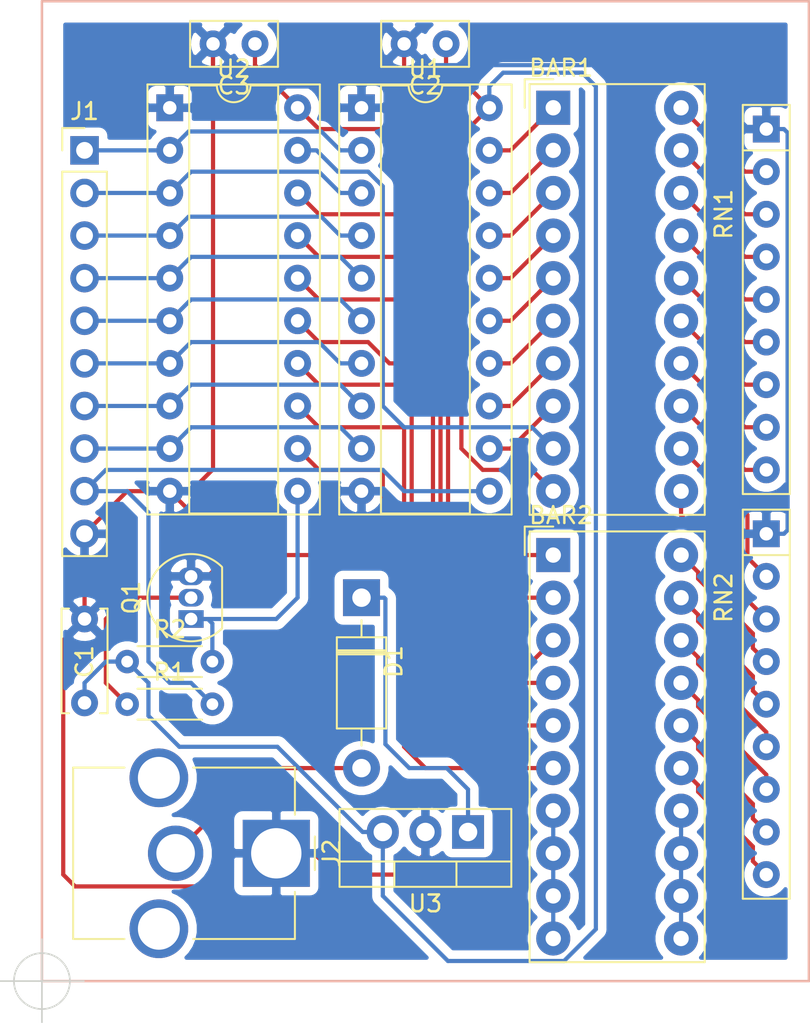
<source format=kicad_pcb>
(kicad_pcb (version 20171130) (host pcbnew "(5.1.5-0-10_14)")

  (general
    (thickness 1.6)
    (drawings 6)
    (tracks 272)
    (zones 0)
    (modules 16)
    (nets 50)
  )

  (page A4)
  (layers
    (0 F.Cu signal)
    (31 B.Cu signal)
    (32 B.Adhes user)
    (33 F.Adhes user)
    (34 B.Paste user)
    (35 F.Paste user)
    (36 B.SilkS user)
    (37 F.SilkS user)
    (38 B.Mask user)
    (39 F.Mask user)
    (40 Dwgs.User user)
    (41 Cmts.User user)
    (42 Eco1.User user)
    (43 Eco2.User user)
    (44 Edge.Cuts user)
    (45 Margin user)
    (46 B.CrtYd user)
    (47 F.CrtYd user)
    (48 B.Fab user hide)
    (49 F.Fab user)
  )

  (setup
    (last_trace_width 0.25)
    (trace_clearance 0.2)
    (zone_clearance 0.508)
    (zone_45_only no)
    (trace_min 0.2)
    (via_size 0.8)
    (via_drill 0.4)
    (via_min_size 0.4)
    (via_min_drill 0.3)
    (uvia_size 0.3)
    (uvia_drill 0.1)
    (uvias_allowed no)
    (uvia_min_size 0.2)
    (uvia_min_drill 0.1)
    (edge_width 0.1)
    (segment_width 0.2)
    (pcb_text_width 0.3)
    (pcb_text_size 1.5 1.5)
    (mod_edge_width 0.15)
    (mod_text_size 1 1)
    (mod_text_width 0.15)
    (pad_size 1.5 1.5)
    (pad_drill 1.5)
    (pad_to_mask_clearance 0)
    (aux_axis_origin 0 0)
    (visible_elements FFFFFF7F)
    (pcbplotparams
      (layerselection 0x010f0_ffffffff)
      (usegerberextensions false)
      (usegerberattributes false)
      (usegerberadvancedattributes false)
      (creategerberjobfile false)
      (excludeedgelayer true)
      (linewidth 0.100000)
      (plotframeref false)
      (viasonmask false)
      (mode 1)
      (useauxorigin false)
      (hpglpennumber 1)
      (hpglpenspeed 20)
      (hpglpendiameter 15.000000)
      (psnegative false)
      (psa4output false)
      (plotreference true)
      (plotvalue true)
      (plotinvisibletext false)
      (padsonsilk false)
      (subtractmaskfromsilk false)
      (outputformat 1)
      (mirror false)
      (drillshape 0)
      (scaleselection 1)
      (outputdirectory "../../C64LEDLatched/"))
  )

  (net 0 "")
  (net 1 "Net-(BAR1-Pad20)")
  (net 2 "Net-(BAR1-Pad19)")
  (net 3 "Net-(BAR1-Pad18)")
  (net 4 "Net-(BAR1-Pad17)")
  (net 5 "Net-(BAR1-Pad9)")
  (net 6 "Net-(BAR1-Pad10)")
  (net 7 "Net-(BAR1-Pad11)")
  (net 8 "Net-(BAR1-Pad12)")
  (net 9 "Net-(BAR1-Pad8)")
  (net 10 "Net-(BAR1-Pad7)")
  (net 11 "Net-(BAR1-Pad6)")
  (net 12 "Net-(BAR1-Pad5)")
  (net 13 "Net-(BAR1-Pad16)")
  (net 14 "Net-(BAR1-Pad15)")
  (net 15 "Net-(BAR1-Pad14)")
  (net 16 "Net-(BAR1-Pad13)")
  (net 17 "Net-(BAR1-Pad4)")
  (net 18 "Net-(BAR1-Pad3)")
  (net 19 "Net-(BAR1-Pad2)")
  (net 20 "Net-(BAR1-Pad1)")
  (net 21 "Net-(BAR2-Pad20)")
  (net 22 "Net-(BAR2-Pad19)")
  (net 23 "Net-(BAR2-Pad18)")
  (net 24 "Net-(BAR2-Pad17)")
  (net 25 "Net-(BAR2-Pad10)")
  (net 26 "Net-(BAR2-Pad11)")
  (net 27 "Net-(BAR2-Pad6)")
  (net 28 "Net-(BAR2-Pad5)")
  (net 29 "Net-(BAR2-Pad16)")
  (net 30 "Net-(BAR2-Pad15)")
  (net 31 "Net-(BAR2-Pad4)")
  (net 32 "Net-(BAR2-Pad3)")
  (net 33 "Net-(BAR2-Pad2)")
  (net 34 "Net-(BAR2-Pad1)")
  (net 35 GND)
  (net 36 VCC)
  (net 37 "Net-(D1-Pad2)")
  (net 38 "Net-(D1-Pad1)")
  (net 39 /PA2)
  (net 40 /PB7)
  (net 41 /PB6)
  (net 42 /PB5)
  (net 43 /PB4)
  (net 44 /PB3)
  (net 45 /PB2)
  (net 46 /PB1)
  (net 47 /PB0)
  (net 48 "Net-(Q1-Pad1)")
  (net 49 "Net-(Q1-Pad2)")

  (net_class Default "This is the default net class."
    (clearance 0.2)
    (trace_width 0.25)
    (via_dia 0.8)
    (via_drill 0.4)
    (uvia_dia 0.3)
    (uvia_drill 0.1)
    (add_net /PA2)
    (add_net /PB0)
    (add_net /PB1)
    (add_net /PB2)
    (add_net /PB3)
    (add_net /PB4)
    (add_net /PB5)
    (add_net /PB6)
    (add_net /PB7)
    (add_net GND)
    (add_net "Net-(BAR1-Pad1)")
    (add_net "Net-(BAR1-Pad10)")
    (add_net "Net-(BAR1-Pad11)")
    (add_net "Net-(BAR1-Pad12)")
    (add_net "Net-(BAR1-Pad13)")
    (add_net "Net-(BAR1-Pad14)")
    (add_net "Net-(BAR1-Pad15)")
    (add_net "Net-(BAR1-Pad16)")
    (add_net "Net-(BAR1-Pad17)")
    (add_net "Net-(BAR1-Pad18)")
    (add_net "Net-(BAR1-Pad19)")
    (add_net "Net-(BAR1-Pad2)")
    (add_net "Net-(BAR1-Pad20)")
    (add_net "Net-(BAR1-Pad3)")
    (add_net "Net-(BAR1-Pad4)")
    (add_net "Net-(BAR1-Pad5)")
    (add_net "Net-(BAR1-Pad6)")
    (add_net "Net-(BAR1-Pad7)")
    (add_net "Net-(BAR1-Pad8)")
    (add_net "Net-(BAR1-Pad9)")
    (add_net "Net-(BAR2-Pad1)")
    (add_net "Net-(BAR2-Pad10)")
    (add_net "Net-(BAR2-Pad11)")
    (add_net "Net-(BAR2-Pad15)")
    (add_net "Net-(BAR2-Pad16)")
    (add_net "Net-(BAR2-Pad17)")
    (add_net "Net-(BAR2-Pad18)")
    (add_net "Net-(BAR2-Pad19)")
    (add_net "Net-(BAR2-Pad2)")
    (add_net "Net-(BAR2-Pad20)")
    (add_net "Net-(BAR2-Pad3)")
    (add_net "Net-(BAR2-Pad4)")
    (add_net "Net-(BAR2-Pad5)")
    (add_net "Net-(BAR2-Pad6)")
    (add_net "Net-(D1-Pad1)")
    (add_net "Net-(D1-Pad2)")
    (add_net "Net-(Q1-Pad1)")
    (add_net "Net-(Q1-Pad2)")
    (add_net VCC)
  )

  (module Display:HDSP-4830 (layer F.Cu) (tedit 5A02FE80) (tstamp 600B597E)
    (at 96.52 43.18)
    (descr "10-Element Red Bar Graph Array https://docs.broadcom.com/docs/AV02-1798EN")
    (tags "10-Element Red Bar Graph Array")
    (path /5E644CA2)
    (fp_text reference BAR1 (at 0.47 -2.37) (layer F.SilkS)
      (effects (font (size 1 1) (thickness 0.15)))
    )
    (fp_text value HDSP-4830_2 (at 2.54 17.78 90) (layer F.Fab)
      (effects (font (size 1 1) (thickness 0.15)))
    )
    (fp_line (start 9.03 -1.41) (end 9.03 24.27) (layer F.SilkS) (width 0.12))
    (fp_line (start -1.41 -1.41) (end 9.03 -1.41) (layer F.SilkS) (width 0.12))
    (fp_line (start -1.41 24.27) (end -1.41 -1.41) (layer F.SilkS) (width 0.12))
    (fp_line (start 9.03 24.27) (end -1.41 24.27) (layer F.SilkS) (width 0.12))
    (fp_line (start 0 -1.27) (end 8.89 -1.27) (layer F.Fab) (width 0.1))
    (fp_text user %R (at 4 12) (layer F.Fab)
      (effects (font (size 1 1) (thickness 0.1)))
    )
    (fp_line (start -1.27 0) (end -1.27 24.13) (layer F.Fab) (width 0.1))
    (fp_line (start -1.27 24.13) (end 8.89 24.13) (layer F.Fab) (width 0.1))
    (fp_line (start 8.89 -1.27) (end 8.89 24.13) (layer F.Fab) (width 0.1))
    (fp_line (start -1.52 -1.52) (end 9.14 -1.52) (layer F.CrtYd) (width 0.05))
    (fp_line (start -1.52 -1.52) (end -1.52 24.38) (layer F.CrtYd) (width 0.05))
    (fp_line (start 9.14 24.38) (end 9.14 -1.52) (layer F.CrtYd) (width 0.05))
    (fp_line (start -1.52 24.38) (end 9.14 24.38) (layer F.CrtYd) (width 0.05))
    (fp_line (start 0 -1.27) (end -1.27 0) (layer F.Fab) (width 0.1))
    (fp_line (start -1.7 -1.7) (end -1.7 0) (layer F.SilkS) (width 0.12))
    (fp_line (start 0 -1.7) (end -1.7 -1.7) (layer F.SilkS) (width 0.12))
    (pad 20 thru_hole circle (at 7.62 0 270) (size 2.032 2.032) (drill 0.9144) (layers *.Cu *.Mask)
      (net 1 "Net-(BAR1-Pad20)"))
    (pad 19 thru_hole circle (at 7.62 2.54 270) (size 2.032 2.032) (drill 0.9144) (layers *.Cu *.Mask)
      (net 2 "Net-(BAR1-Pad19)"))
    (pad 18 thru_hole circle (at 7.62 5.08 270) (size 2.032 2.032) (drill 0.9144) (layers *.Cu *.Mask)
      (net 3 "Net-(BAR1-Pad18)"))
    (pad 17 thru_hole circle (at 7.62 7.62 270) (size 2.032 2.032) (drill 0.9144) (layers *.Cu *.Mask)
      (net 4 "Net-(BAR1-Pad17)"))
    (pad 9 thru_hole circle (at 0 20.32 270) (size 2.032 2.032) (drill 0.9144) (layers *.Cu *.Mask)
      (net 5 "Net-(BAR1-Pad9)"))
    (pad 10 thru_hole circle (at 0 22.86 270) (size 2.032 2.032) (drill 0.9144) (layers *.Cu *.Mask)
      (net 6 "Net-(BAR1-Pad10)"))
    (pad 11 thru_hole circle (at 7.62 22.86 270) (size 2.032 2.032) (drill 0.9144) (layers *.Cu *.Mask)
      (net 7 "Net-(BAR1-Pad11)"))
    (pad 12 thru_hole circle (at 7.62 20.32 270) (size 2.032 2.032) (drill 0.9144) (layers *.Cu *.Mask)
      (net 8 "Net-(BAR1-Pad12)"))
    (pad 8 thru_hole circle (at 0 17.78 270) (size 2.032 2.032) (drill 0.9144) (layers *.Cu *.Mask)
      (net 9 "Net-(BAR1-Pad8)"))
    (pad 7 thru_hole circle (at 0 15.24 270) (size 2.032 2.032) (drill 0.9144) (layers *.Cu *.Mask)
      (net 10 "Net-(BAR1-Pad7)"))
    (pad 6 thru_hole circle (at 0 12.7 270) (size 2.032 2.032) (drill 0.9144) (layers *.Cu *.Mask)
      (net 11 "Net-(BAR1-Pad6)"))
    (pad 5 thru_hole circle (at 0 10.16 270) (size 2.032 2.032) (drill 0.9144) (layers *.Cu *.Mask)
      (net 12 "Net-(BAR1-Pad5)"))
    (pad 16 thru_hole circle (at 7.62 10.16 270) (size 2.032 2.032) (drill 0.9144) (layers *.Cu *.Mask)
      (net 13 "Net-(BAR1-Pad16)"))
    (pad 15 thru_hole circle (at 7.62 12.7 270) (size 2.032 2.032) (drill 0.9144) (layers *.Cu *.Mask)
      (net 14 "Net-(BAR1-Pad15)"))
    (pad 14 thru_hole circle (at 7.62 15.24 270) (size 2.032 2.032) (drill 0.9144) (layers *.Cu *.Mask)
      (net 15 "Net-(BAR1-Pad14)"))
    (pad 13 thru_hole circle (at 7.62 17.78 270) (size 2.032 2.032) (drill 0.9144) (layers *.Cu *.Mask)
      (net 16 "Net-(BAR1-Pad13)"))
    (pad 4 thru_hole circle (at 0 7.62 270) (size 2.032 2.032) (drill 0.9144) (layers *.Cu *.Mask)
      (net 17 "Net-(BAR1-Pad4)"))
    (pad 3 thru_hole circle (at 0 5.08 270) (size 2.032 2.032) (drill 0.9144) (layers *.Cu *.Mask)
      (net 18 "Net-(BAR1-Pad3)"))
    (pad 2 thru_hole circle (at 0 2.54 270) (size 2.032 2.032) (drill 0.9144) (layers *.Cu *.Mask)
      (net 19 "Net-(BAR1-Pad2)"))
    (pad 1 thru_hole rect (at 0 0 270) (size 2.032 2.032) (drill 0.9144) (layers *.Cu *.Mask)
      (net 20 "Net-(BAR1-Pad1)"))
    (model ${KISYS3DMOD}/Display.3dshapes/HDSP-4830.wrl
      (at (xyz 0 0 0))
      (scale (xyz 1 1 1))
      (rotate (xyz 0 0 0))
    )
  )

  (module Package_DIP:DIP-20_W7.62mm_Socket (layer F.Cu) (tedit 5A02E8C5) (tstamp 600B5B0B)
    (at 73.66 43.18)
    (descr "20-lead though-hole mounted DIP package, row spacing 7.62 mm (300 mils), Socket")
    (tags "THT DIP DIL PDIP 2.54mm 7.62mm 300mil Socket")
    (path /600D18C8)
    (fp_text reference U2 (at 3.81 -2.33) (layer F.SilkS)
      (effects (font (size 1 1) (thickness 0.15)))
    )
    (fp_text value 74LS573 (at 3.81 25.19) (layer F.Fab)
      (effects (font (size 1 1) (thickness 0.15)))
    )
    (fp_text user %R (at 3.81 11.43) (layer F.Fab)
      (effects (font (size 1 1) (thickness 0.15)))
    )
    (fp_line (start 9.15 -1.6) (end -1.55 -1.6) (layer F.CrtYd) (width 0.05))
    (fp_line (start 9.15 24.45) (end 9.15 -1.6) (layer F.CrtYd) (width 0.05))
    (fp_line (start -1.55 24.45) (end 9.15 24.45) (layer F.CrtYd) (width 0.05))
    (fp_line (start -1.55 -1.6) (end -1.55 24.45) (layer F.CrtYd) (width 0.05))
    (fp_line (start 8.95 -1.39) (end -1.33 -1.39) (layer F.SilkS) (width 0.12))
    (fp_line (start 8.95 24.25) (end 8.95 -1.39) (layer F.SilkS) (width 0.12))
    (fp_line (start -1.33 24.25) (end 8.95 24.25) (layer F.SilkS) (width 0.12))
    (fp_line (start -1.33 -1.39) (end -1.33 24.25) (layer F.SilkS) (width 0.12))
    (fp_line (start 6.46 -1.33) (end 4.81 -1.33) (layer F.SilkS) (width 0.12))
    (fp_line (start 6.46 24.19) (end 6.46 -1.33) (layer F.SilkS) (width 0.12))
    (fp_line (start 1.16 24.19) (end 6.46 24.19) (layer F.SilkS) (width 0.12))
    (fp_line (start 1.16 -1.33) (end 1.16 24.19) (layer F.SilkS) (width 0.12))
    (fp_line (start 2.81 -1.33) (end 1.16 -1.33) (layer F.SilkS) (width 0.12))
    (fp_line (start 8.89 -1.33) (end -1.27 -1.33) (layer F.Fab) (width 0.1))
    (fp_line (start 8.89 24.19) (end 8.89 -1.33) (layer F.Fab) (width 0.1))
    (fp_line (start -1.27 24.19) (end 8.89 24.19) (layer F.Fab) (width 0.1))
    (fp_line (start -1.27 -1.33) (end -1.27 24.19) (layer F.Fab) (width 0.1))
    (fp_line (start 0.635 -0.27) (end 1.635 -1.27) (layer F.Fab) (width 0.1))
    (fp_line (start 0.635 24.13) (end 0.635 -0.27) (layer F.Fab) (width 0.1))
    (fp_line (start 6.985 24.13) (end 0.635 24.13) (layer F.Fab) (width 0.1))
    (fp_line (start 6.985 -1.27) (end 6.985 24.13) (layer F.Fab) (width 0.1))
    (fp_line (start 1.635 -1.27) (end 6.985 -1.27) (layer F.Fab) (width 0.1))
    (fp_arc (start 3.81 -1.33) (end 2.81 -1.33) (angle -180) (layer F.SilkS) (width 0.12))
    (pad 20 thru_hole oval (at 7.62 0) (size 1.6 1.6) (drill 0.8) (layers *.Cu *.Mask)
      (net 36 VCC))
    (pad 10 thru_hole oval (at 0 22.86) (size 1.6 1.6) (drill 0.8) (layers *.Cu *.Mask)
      (net 35 GND))
    (pad 19 thru_hole oval (at 7.62 2.54) (size 1.6 1.6) (drill 0.8) (layers *.Cu *.Mask)
      (net 5 "Net-(BAR1-Pad9)"))
    (pad 9 thru_hole oval (at 0 20.32) (size 1.6 1.6) (drill 0.8) (layers *.Cu *.Mask)
      (net 40 /PB7))
    (pad 18 thru_hole oval (at 7.62 5.08) (size 1.6 1.6) (drill 0.8) (layers *.Cu *.Mask)
      (net 6 "Net-(BAR1-Pad10)"))
    (pad 8 thru_hole oval (at 0 17.78) (size 1.6 1.6) (drill 0.8) (layers *.Cu *.Mask)
      (net 41 /PB6))
    (pad 17 thru_hole oval (at 7.62 7.62) (size 1.6 1.6) (drill 0.8) (layers *.Cu *.Mask)
      (net 34 "Net-(BAR2-Pad1)"))
    (pad 7 thru_hole oval (at 0 15.24) (size 1.6 1.6) (drill 0.8) (layers *.Cu *.Mask)
      (net 42 /PB5))
    (pad 16 thru_hole oval (at 7.62 10.16) (size 1.6 1.6) (drill 0.8) (layers *.Cu *.Mask)
      (net 33 "Net-(BAR2-Pad2)"))
    (pad 6 thru_hole oval (at 0 12.7) (size 1.6 1.6) (drill 0.8) (layers *.Cu *.Mask)
      (net 43 /PB4))
    (pad 15 thru_hole oval (at 7.62 12.7) (size 1.6 1.6) (drill 0.8) (layers *.Cu *.Mask)
      (net 32 "Net-(BAR2-Pad3)"))
    (pad 5 thru_hole oval (at 0 10.16) (size 1.6 1.6) (drill 0.8) (layers *.Cu *.Mask)
      (net 44 /PB3))
    (pad 14 thru_hole oval (at 7.62 15.24) (size 1.6 1.6) (drill 0.8) (layers *.Cu *.Mask)
      (net 31 "Net-(BAR2-Pad4)"))
    (pad 4 thru_hole oval (at 0 7.62) (size 1.6 1.6) (drill 0.8) (layers *.Cu *.Mask)
      (net 45 /PB2))
    (pad 13 thru_hole oval (at 7.62 17.78) (size 1.6 1.6) (drill 0.8) (layers *.Cu *.Mask)
      (net 28 "Net-(BAR2-Pad5)"))
    (pad 3 thru_hole oval (at 0 5.08) (size 1.6 1.6) (drill 0.8) (layers *.Cu *.Mask)
      (net 46 /PB1))
    (pad 12 thru_hole oval (at 7.62 20.32) (size 1.6 1.6) (drill 0.8) (layers *.Cu *.Mask)
      (net 27 "Net-(BAR2-Pad6)"))
    (pad 2 thru_hole oval (at 0 2.54) (size 1.6 1.6) (drill 0.8) (layers *.Cu *.Mask)
      (net 47 /PB0))
    (pad 11 thru_hole oval (at 7.62 22.86) (size 1.6 1.6) (drill 0.8) (layers *.Cu *.Mask)
      (net 48 "Net-(Q1-Pad1)"))
    (pad 1 thru_hole rect (at 0 0) (size 1.6 1.6) (drill 0.8) (layers *.Cu *.Mask)
      (net 35 GND))
    (model ${KISYS3DMOD}/Package_DIP.3dshapes/DIP-20_W7.62mm_Socket.wrl
      (at (xyz 0 0 0))
      (scale (xyz 1 1 1))
      (rotate (xyz 0 0 0))
    )
  )

  (module Package_DIP:DIP-20_W7.62mm_Socket (layer F.Cu) (tedit 5A02E8C5) (tstamp 600B5ADB)
    (at 85.09 43.18)
    (descr "20-lead though-hole mounted DIP package, row spacing 7.62 mm (300 mils), Socket")
    (tags "THT DIP DIL PDIP 2.54mm 7.62mm 300mil Socket")
    (path /600CFAE1)
    (fp_text reference U1 (at 3.81 -2.33) (layer F.SilkS)
      (effects (font (size 1 1) (thickness 0.15)))
    )
    (fp_text value 74LS573 (at 3.81 25.19) (layer F.Fab)
      (effects (font (size 1 1) (thickness 0.15)))
    )
    (fp_text user %R (at 3.81 11.43) (layer F.Fab)
      (effects (font (size 1 1) (thickness 0.15)))
    )
    (fp_line (start 9.15 -1.6) (end -1.55 -1.6) (layer F.CrtYd) (width 0.05))
    (fp_line (start 9.15 24.45) (end 9.15 -1.6) (layer F.CrtYd) (width 0.05))
    (fp_line (start -1.55 24.45) (end 9.15 24.45) (layer F.CrtYd) (width 0.05))
    (fp_line (start -1.55 -1.6) (end -1.55 24.45) (layer F.CrtYd) (width 0.05))
    (fp_line (start 8.95 -1.39) (end -1.33 -1.39) (layer F.SilkS) (width 0.12))
    (fp_line (start 8.95 24.25) (end 8.95 -1.39) (layer F.SilkS) (width 0.12))
    (fp_line (start -1.33 24.25) (end 8.95 24.25) (layer F.SilkS) (width 0.12))
    (fp_line (start -1.33 -1.39) (end -1.33 24.25) (layer F.SilkS) (width 0.12))
    (fp_line (start 6.46 -1.33) (end 4.81 -1.33) (layer F.SilkS) (width 0.12))
    (fp_line (start 6.46 24.19) (end 6.46 -1.33) (layer F.SilkS) (width 0.12))
    (fp_line (start 1.16 24.19) (end 6.46 24.19) (layer F.SilkS) (width 0.12))
    (fp_line (start 1.16 -1.33) (end 1.16 24.19) (layer F.SilkS) (width 0.12))
    (fp_line (start 2.81 -1.33) (end 1.16 -1.33) (layer F.SilkS) (width 0.12))
    (fp_line (start 8.89 -1.33) (end -1.27 -1.33) (layer F.Fab) (width 0.1))
    (fp_line (start 8.89 24.19) (end 8.89 -1.33) (layer F.Fab) (width 0.1))
    (fp_line (start -1.27 24.19) (end 8.89 24.19) (layer F.Fab) (width 0.1))
    (fp_line (start -1.27 -1.33) (end -1.27 24.19) (layer F.Fab) (width 0.1))
    (fp_line (start 0.635 -0.27) (end 1.635 -1.27) (layer F.Fab) (width 0.1))
    (fp_line (start 0.635 24.13) (end 0.635 -0.27) (layer F.Fab) (width 0.1))
    (fp_line (start 6.985 24.13) (end 0.635 24.13) (layer F.Fab) (width 0.1))
    (fp_line (start 6.985 -1.27) (end 6.985 24.13) (layer F.Fab) (width 0.1))
    (fp_line (start 1.635 -1.27) (end 6.985 -1.27) (layer F.Fab) (width 0.1))
    (fp_arc (start 3.81 -1.33) (end 2.81 -1.33) (angle -180) (layer F.SilkS) (width 0.12))
    (pad 20 thru_hole oval (at 7.62 0) (size 1.6 1.6) (drill 0.8) (layers *.Cu *.Mask)
      (net 36 VCC))
    (pad 10 thru_hole oval (at 0 22.86) (size 1.6 1.6) (drill 0.8) (layers *.Cu *.Mask)
      (net 35 GND))
    (pad 19 thru_hole oval (at 7.62 2.54) (size 1.6 1.6) (drill 0.8) (layers *.Cu *.Mask)
      (net 20 "Net-(BAR1-Pad1)"))
    (pad 9 thru_hole oval (at 0 20.32) (size 1.6 1.6) (drill 0.8) (layers *.Cu *.Mask)
      (net 40 /PB7))
    (pad 18 thru_hole oval (at 7.62 5.08) (size 1.6 1.6) (drill 0.8) (layers *.Cu *.Mask)
      (net 19 "Net-(BAR1-Pad2)"))
    (pad 8 thru_hole oval (at 0 17.78) (size 1.6 1.6) (drill 0.8) (layers *.Cu *.Mask)
      (net 41 /PB6))
    (pad 17 thru_hole oval (at 7.62 7.62) (size 1.6 1.6) (drill 0.8) (layers *.Cu *.Mask)
      (net 18 "Net-(BAR1-Pad3)"))
    (pad 7 thru_hole oval (at 0 15.24) (size 1.6 1.6) (drill 0.8) (layers *.Cu *.Mask)
      (net 42 /PB5))
    (pad 16 thru_hole oval (at 7.62 10.16) (size 1.6 1.6) (drill 0.8) (layers *.Cu *.Mask)
      (net 17 "Net-(BAR1-Pad4)"))
    (pad 6 thru_hole oval (at 0 12.7) (size 1.6 1.6) (drill 0.8) (layers *.Cu *.Mask)
      (net 43 /PB4))
    (pad 15 thru_hole oval (at 7.62 12.7) (size 1.6 1.6) (drill 0.8) (layers *.Cu *.Mask)
      (net 12 "Net-(BAR1-Pad5)"))
    (pad 5 thru_hole oval (at 0 10.16) (size 1.6 1.6) (drill 0.8) (layers *.Cu *.Mask)
      (net 44 /PB3))
    (pad 14 thru_hole oval (at 7.62 15.24) (size 1.6 1.6) (drill 0.8) (layers *.Cu *.Mask)
      (net 11 "Net-(BAR1-Pad6)"))
    (pad 4 thru_hole oval (at 0 7.62) (size 1.6 1.6) (drill 0.8) (layers *.Cu *.Mask)
      (net 45 /PB2))
    (pad 13 thru_hole oval (at 7.62 17.78) (size 1.6 1.6) (drill 0.8) (layers *.Cu *.Mask)
      (net 10 "Net-(BAR1-Pad7)"))
    (pad 3 thru_hole oval (at 0 5.08) (size 1.6 1.6) (drill 0.8) (layers *.Cu *.Mask)
      (net 46 /PB1))
    (pad 12 thru_hole oval (at 7.62 20.32) (size 1.6 1.6) (drill 0.8) (layers *.Cu *.Mask)
      (net 9 "Net-(BAR1-Pad8)"))
    (pad 2 thru_hole oval (at 0 2.54) (size 1.6 1.6) (drill 0.8) (layers *.Cu *.Mask)
      (net 47 /PB0))
    (pad 11 thru_hole oval (at 7.62 22.86) (size 1.6 1.6) (drill 0.8) (layers *.Cu *.Mask)
      (net 39 /PA2))
    (pad 1 thru_hole rect (at 0 0) (size 1.6 1.6) (drill 0.8) (layers *.Cu *.Mask)
      (net 35 GND))
    (model ${KISYS3DMOD}/Package_DIP.3dshapes/DIP-20_W7.62mm_Socket.wrl
      (at (xyz 0 0 0))
      (scale (xyz 1 1 1))
      (rotate (xyz 0 0 0))
    )
  )

  (module Connector_PinHeader_2.54mm:PinHeader_1x10_P2.54mm_Vertical (layer F.Cu) (tedit 59FED5CC) (tstamp 600B5A1E)
    (at 68.58 45.72)
    (descr "Through hole straight pin header, 1x10, 2.54mm pitch, single row")
    (tags "Through hole pin header THT 1x10 2.54mm single row")
    (path /5E728117)
    (fp_text reference J1 (at 0 -2.33) (layer F.SilkS)
      (effects (font (size 1 1) (thickness 0.15)))
    )
    (fp_text value Conn_01x10_Male (at 2.54 10.16 90) (layer F.Fab)
      (effects (font (size 1 1) (thickness 0.15)))
    )
    (fp_text user %R (at 0 11.43 90) (layer F.Fab)
      (effects (font (size 1 1) (thickness 0.15)))
    )
    (fp_line (start 1.8 -1.8) (end -1.8 -1.8) (layer F.CrtYd) (width 0.05))
    (fp_line (start 1.8 24.65) (end 1.8 -1.8) (layer F.CrtYd) (width 0.05))
    (fp_line (start -1.8 24.65) (end 1.8 24.65) (layer F.CrtYd) (width 0.05))
    (fp_line (start -1.8 -1.8) (end -1.8 24.65) (layer F.CrtYd) (width 0.05))
    (fp_line (start -1.33 -1.33) (end 0 -1.33) (layer F.SilkS) (width 0.12))
    (fp_line (start -1.33 0) (end -1.33 -1.33) (layer F.SilkS) (width 0.12))
    (fp_line (start -1.33 1.27) (end 1.33 1.27) (layer F.SilkS) (width 0.12))
    (fp_line (start 1.33 1.27) (end 1.33 24.19) (layer F.SilkS) (width 0.12))
    (fp_line (start -1.33 1.27) (end -1.33 24.19) (layer F.SilkS) (width 0.12))
    (fp_line (start -1.33 24.19) (end 1.33 24.19) (layer F.SilkS) (width 0.12))
    (fp_line (start -1.27 -0.635) (end -0.635 -1.27) (layer F.Fab) (width 0.1))
    (fp_line (start -1.27 24.13) (end -1.27 -0.635) (layer F.Fab) (width 0.1))
    (fp_line (start 1.27 24.13) (end -1.27 24.13) (layer F.Fab) (width 0.1))
    (fp_line (start 1.27 -1.27) (end 1.27 24.13) (layer F.Fab) (width 0.1))
    (fp_line (start -0.635 -1.27) (end 1.27 -1.27) (layer F.Fab) (width 0.1))
    (pad 10 thru_hole oval (at 0 22.86) (size 1.7 1.7) (drill 1) (layers *.Cu *.Mask)
      (net 35 GND))
    (pad 9 thru_hole oval (at 0 20.32) (size 1.7 1.7) (drill 1) (layers *.Cu *.Mask)
      (net 39 /PA2))
    (pad 8 thru_hole oval (at 0 17.78) (size 1.7 1.7) (drill 1) (layers *.Cu *.Mask)
      (net 40 /PB7))
    (pad 7 thru_hole oval (at 0 15.24) (size 1.7 1.7) (drill 1) (layers *.Cu *.Mask)
      (net 41 /PB6))
    (pad 6 thru_hole oval (at 0 12.7) (size 1.7 1.7) (drill 1) (layers *.Cu *.Mask)
      (net 42 /PB5))
    (pad 5 thru_hole oval (at 0 10.16) (size 1.7 1.7) (drill 1) (layers *.Cu *.Mask)
      (net 43 /PB4))
    (pad 4 thru_hole oval (at 0 7.62) (size 1.7 1.7) (drill 1) (layers *.Cu *.Mask)
      (net 44 /PB3))
    (pad 3 thru_hole oval (at 0 5.08) (size 1.7 1.7) (drill 1) (layers *.Cu *.Mask)
      (net 45 /PB2))
    (pad 2 thru_hole oval (at 0 2.54) (size 1.7 1.7) (drill 1) (layers *.Cu *.Mask)
      (net 46 /PB1))
    (pad 1 thru_hole rect (at 0 0) (size 1.7 1.7) (drill 1) (layers *.Cu *.Mask)
      (net 47 /PB0))
    (model ${KISYS3DMOD}/Connector_PinHeader_2.54mm.3dshapes/PinHeader_1x10_P2.54mm_Vertical.wrl
      (at (xyz 0 0 0))
      (scale (xyz 1 1 1))
      (rotate (xyz 0 0 0))
    )
  )

  (module Diode_THT:D_DO-41_SOD81_P10.16mm_Horizontal (layer F.Cu) (tedit 5AE50CD5) (tstamp 600B5A00)
    (at 85.09 72.39 270)
    (descr "Diode, DO-41_SOD81 series, Axial, Horizontal, pin pitch=10.16mm, , length*diameter=5.2*2.7mm^2, , http://www.diodes.com/_files/packages/DO-41%20(Plastic).pdf")
    (tags "Diode DO-41_SOD81 series Axial Horizontal pin pitch 10.16mm  length 5.2mm diameter 2.7mm")
    (path /5E64C9E5)
    (fp_text reference D1 (at 3.81 -1.92 90) (layer F.SilkS)
      (effects (font (size 1 1) (thickness 0.15)))
    )
    (fp_text value GP0240 (at 3.81 1.92 90) (layer F.Fab)
      (effects (font (size 1 1) (thickness 0.15)))
    )
    (fp_text user K (at 0 -1.75 90) (layer F.Fab)
      (effects (font (size 1 1) (thickness 0.15)))
    )
    (fp_text user K (at 0 -2.1 90) (layer F.Fab)
      (effects (font (size 1 1) (thickness 0.15)))
    )
    (fp_text user %R (at 4.038 0 90) (layer F.Fab)
      (effects (font (size 0.608 0.608) (thickness 0.0912)))
    )
    (fp_line (start 11.51 -1.6) (end -1.35 -1.6) (layer F.CrtYd) (width 0.05))
    (fp_line (start 11.51 1.6) (end 11.51 -1.6) (layer F.CrtYd) (width 0.05))
    (fp_line (start -1.35 1.6) (end 11.51 1.6) (layer F.CrtYd) (width 0.05))
    (fp_line (start -1.35 -1.6) (end -1.35 1.6) (layer F.CrtYd) (width 0.05))
    (fp_line (start 3.14 -1.47) (end 3.14 1.47) (layer F.SilkS) (width 0.12))
    (fp_line (start 3.38 -1.47) (end 3.38 1.47) (layer F.SilkS) (width 0.12))
    (fp_line (start 3.26 -1.47) (end 3.26 1.47) (layer F.SilkS) (width 0.12))
    (fp_line (start 8.82 0) (end 7.8 0) (layer F.SilkS) (width 0.12))
    (fp_line (start 1.34 0) (end 2.36 0) (layer F.SilkS) (width 0.12))
    (fp_line (start 7.8 -1.47) (end 2.36 -1.47) (layer F.SilkS) (width 0.12))
    (fp_line (start 7.8 1.47) (end 7.8 -1.47) (layer F.SilkS) (width 0.12))
    (fp_line (start 2.36 1.47) (end 7.8 1.47) (layer F.SilkS) (width 0.12))
    (fp_line (start 2.36 -1.47) (end 2.36 1.47) (layer F.SilkS) (width 0.12))
    (fp_line (start 3.16 -1.35) (end 3.16 1.35) (layer F.Fab) (width 0.1))
    (fp_line (start 3.36 -1.35) (end 3.36 1.35) (layer F.Fab) (width 0.1))
    (fp_line (start 3.26 -1.35) (end 3.26 1.35) (layer F.Fab) (width 0.1))
    (fp_line (start 10.16 0) (end 7.68 0) (layer F.Fab) (width 0.1))
    (fp_line (start 0 0) (end 2.48 0) (layer F.Fab) (width 0.1))
    (fp_line (start 7.68 -1.35) (end 2.48 -1.35) (layer F.Fab) (width 0.1))
    (fp_line (start 7.68 1.35) (end 7.68 -1.35) (layer F.Fab) (width 0.1))
    (fp_line (start 2.48 1.35) (end 7.68 1.35) (layer F.Fab) (width 0.1))
    (fp_line (start 2.48 -1.35) (end 2.48 1.35) (layer F.Fab) (width 0.1))
    (pad 2 thru_hole oval (at 10.16 0 270) (size 2.2 2.2) (drill 1.1) (layers *.Cu *.Mask)
      (net 37 "Net-(D1-Pad2)"))
    (pad 1 thru_hole rect (at 0 0 270) (size 2.2 2.2) (drill 1.1) (layers *.Cu *.Mask)
      (net 38 "Net-(D1-Pad1)"))
    (model ${KISYS3DMOD}/Diode_THT.3dshapes/D_DO-41_SOD81_P10.16mm_Horizontal.wrl
      (at (xyz 0 0 0))
      (scale (xyz 1 1 1))
      (rotate (xyz 0 0 0))
    )
  )

  (module Resistor_THT:R_Array_SIP9 (layer F.Cu) (tedit 5A14249F) (tstamp 600B5A8F)
    (at 109.22 44.45 270)
    (descr "9-pin Resistor SIP pack")
    (tags R)
    (path /5E651E4A)
    (fp_text reference RN1 (at 5.08 2.54 90) (layer F.SilkS)
      (effects (font (size 1 1) (thickness 0.15)))
    )
    (fp_text value R_Network08 (at 11.43 2.4 90) (layer F.Fab)
      (effects (font (size 1 1) (thickness 0.15)))
    )
    (fp_line (start 22.05 -1.65) (end -1.7 -1.65) (layer F.CrtYd) (width 0.05))
    (fp_line (start 22.05 1.65) (end 22.05 -1.65) (layer F.CrtYd) (width 0.05))
    (fp_line (start -1.7 1.65) (end 22.05 1.65) (layer F.CrtYd) (width 0.05))
    (fp_line (start -1.7 -1.65) (end -1.7 1.65) (layer F.CrtYd) (width 0.05))
    (fp_line (start 1.27 -1.4) (end 1.27 1.4) (layer F.SilkS) (width 0.12))
    (fp_line (start 21.76 -1.4) (end -1.44 -1.4) (layer F.SilkS) (width 0.12))
    (fp_line (start 21.76 1.4) (end 21.76 -1.4) (layer F.SilkS) (width 0.12))
    (fp_line (start -1.44 1.4) (end 21.76 1.4) (layer F.SilkS) (width 0.12))
    (fp_line (start -1.44 -1.4) (end -1.44 1.4) (layer F.SilkS) (width 0.12))
    (fp_line (start 1.27 -1.25) (end 1.27 1.25) (layer F.Fab) (width 0.1))
    (fp_line (start 21.61 -1.25) (end -1.29 -1.25) (layer F.Fab) (width 0.1))
    (fp_line (start 21.61 1.25) (end 21.61 -1.25) (layer F.Fab) (width 0.1))
    (fp_line (start -1.29 1.25) (end 21.61 1.25) (layer F.Fab) (width 0.1))
    (fp_line (start -1.29 -1.25) (end -1.29 1.25) (layer F.Fab) (width 0.1))
    (fp_text user %R (at 20.32 2.54 90) (layer F.Fab)
      (effects (font (size 1 1) (thickness 0.15)))
    )
    (pad 9 thru_hole oval (at 20.32 0 270) (size 1.6 1.6) (drill 0.8) (layers *.Cu *.Mask)
      (net 16 "Net-(BAR1-Pad13)"))
    (pad 8 thru_hole oval (at 17.78 0 270) (size 1.6 1.6) (drill 0.8) (layers *.Cu *.Mask)
      (net 15 "Net-(BAR1-Pad14)"))
    (pad 7 thru_hole oval (at 15.24 0 270) (size 1.6 1.6) (drill 0.8) (layers *.Cu *.Mask)
      (net 14 "Net-(BAR1-Pad15)"))
    (pad 6 thru_hole oval (at 12.7 0 270) (size 1.6 1.6) (drill 0.8) (layers *.Cu *.Mask)
      (net 13 "Net-(BAR1-Pad16)"))
    (pad 5 thru_hole oval (at 10.16 0 270) (size 1.6 1.6) (drill 0.8) (layers *.Cu *.Mask)
      (net 4 "Net-(BAR1-Pad17)"))
    (pad 4 thru_hole oval (at 7.62 0 270) (size 1.6 1.6) (drill 0.8) (layers *.Cu *.Mask)
      (net 3 "Net-(BAR1-Pad18)"))
    (pad 3 thru_hole oval (at 5.08 0 270) (size 1.6 1.6) (drill 0.8) (layers *.Cu *.Mask)
      (net 2 "Net-(BAR1-Pad19)"))
    (pad 2 thru_hole oval (at 2.54 0 270) (size 1.6 1.6) (drill 0.8) (layers *.Cu *.Mask)
      (net 1 "Net-(BAR1-Pad20)"))
    (pad 1 thru_hole rect (at 0 0 270) (size 1.6 1.6) (drill 0.8) (layers *.Cu *.Mask)
      (net 35 GND))
    (model ${KISYS3DMOD}/Resistor_THT.3dshapes/R_Array_SIP9.wrl
      (at (xyz 0 0 0))
      (scale (xyz 1 1 1))
      (rotate (xyz 0 0 0))
    )
  )

  (module Connector_BarrelJack:BarrelJack_CUI_PJ-063AH_Horizontal_CircularHoles (layer F.Cu) (tedit 5B0886B5) (tstamp 600B5A3B)
    (at 80.01 87.63 270)
    (descr "Barrel Jack, 2.0mm ID, 5.5mm OD, 24V, 8A, no switch, https://www.cui.com/product/resource/pj-063ah.pdf")
    (tags "barrel jack cui dc power")
    (path /5E86DF3A)
    (fp_text reference J2 (at 0 -3.3 90) (layer F.SilkS)
      (effects (font (size 1 1) (thickness 0.15)))
    )
    (fp_text value Barrel_Jack (at 0 13 90) (layer F.Fab)
      (effects (font (size 1 1) (thickness 0.15)))
    )
    (fp_text user %R (at 0 5.5 90) (layer F.Fab)
      (effects (font (size 1 1) (thickness 0.15)))
    )
    (fp_line (start 6.75 -2.5) (end -6.75 -2.5) (layer F.CrtYd) (width 0.05))
    (fp_line (start 6.75 12.5) (end 6.75 -2.5) (layer F.CrtYd) (width 0.05))
    (fp_line (start -6.75 12.5) (end 6.75 12.5) (layer F.CrtYd) (width 0.05))
    (fp_line (start -6.75 -2.5) (end -6.75 12.5) (layer F.CrtYd) (width 0.05))
    (fp_line (start -1 -2.3) (end 1 -2.3) (layer F.SilkS) (width 0.12))
    (fp_line (start -5.11 12.11) (end -5.11 9.05) (layer F.SilkS) (width 0.12))
    (fp_line (start 5.11 12.11) (end -5.11 12.11) (layer F.SilkS) (width 0.12))
    (fp_line (start 5.11 9.05) (end 5.11 12.11) (layer F.SilkS) (width 0.12))
    (fp_line (start 5.11 -1.11) (end 5.11 4.95) (layer F.SilkS) (width 0.12))
    (fp_line (start 2.3 -1.11) (end 5.11 -1.11) (layer F.SilkS) (width 0.12))
    (fp_line (start -5.11 -1.11) (end -2.3 -1.11) (layer F.SilkS) (width 0.12))
    (fp_line (start -5.11 4.95) (end -5.11 -1.11) (layer F.SilkS) (width 0.12))
    (fp_line (start -5 12) (end -5 -1) (layer F.Fab) (width 0.1))
    (fp_line (start 5 12) (end -5 12) (layer F.Fab) (width 0.1))
    (fp_line (start 5 -1) (end 5 12) (layer F.Fab) (width 0.1))
    (fp_line (start 1 -1) (end 5 -1) (layer F.Fab) (width 0.1))
    (fp_line (start 0 0) (end 1 -1) (layer F.Fab) (width 0.1))
    (fp_line (start -1 -1) (end 0 0) (layer F.Fab) (width 0.1))
    (fp_line (start -5 -1) (end -1 -1) (layer F.Fab) (width 0.1))
    (pad "" np_thru_hole circle (at 0 9 270) (size 1.6 1.6) (drill 1.6) (layers *.Cu *.Mask))
    (pad MP thru_hole circle (at 4.5 7 270) (size 3.5 3.5) (drill 2.5) (layers *.Cu *.Mask))
    (pad MP thru_hole circle (at -4.5 7 270) (size 3.5 3.5) (drill 2.5) (layers *.Cu *.Mask))
    (pad 2 thru_hole circle (at 0 6 270) (size 3.3 3.3) (drill 2.3) (layers *.Cu *.Mask)
      (net 37 "Net-(D1-Pad2)"))
    (pad 1 thru_hole rect (at 0 0 270) (size 4 4) (drill 3) (layers *.Cu *.Mask)
      (net 35 GND))
    (model ${KISYS3DMOD}/Connector_BarrelJack.3dshapes/BarrelJack_CUI_PJ-063AH_Horizontal_CircularHoles.wrl
      (at (xyz 0 0 0))
      (scale (xyz 1 1 1))
      (rotate (xyz 0 0 0))
    )
  )

  (module Package_TO_SOT_THT:TO-220-3_Vertical (layer F.Cu) (tedit 5AC8BA0D) (tstamp 600B5B25)
    (at 91.44 86.36 180)
    (descr "TO-220-3, Vertical, RM 2.54mm, see https://www.vishay.com/docs/66542/to-220-1.pdf")
    (tags "TO-220-3 Vertical RM 2.54mm")
    (path /5E662957)
    (fp_text reference U3 (at 2.54 -4.27) (layer F.SilkS)
      (effects (font (size 1 1) (thickness 0.15)))
    )
    (fp_text value L7805 (at 2.54 2.5) (layer F.Fab)
      (effects (font (size 1 1) (thickness 0.15)))
    )
    (fp_text user %R (at 2.54 -4.27) (layer F.Fab)
      (effects (font (size 1 1) (thickness 0.15)))
    )
    (fp_line (start 7.79 -3.4) (end -2.71 -3.4) (layer F.CrtYd) (width 0.05))
    (fp_line (start 7.79 1.51) (end 7.79 -3.4) (layer F.CrtYd) (width 0.05))
    (fp_line (start -2.71 1.51) (end 7.79 1.51) (layer F.CrtYd) (width 0.05))
    (fp_line (start -2.71 -3.4) (end -2.71 1.51) (layer F.CrtYd) (width 0.05))
    (fp_line (start 4.391 -3.27) (end 4.391 -1.76) (layer F.SilkS) (width 0.12))
    (fp_line (start 0.69 -3.27) (end 0.69 -1.76) (layer F.SilkS) (width 0.12))
    (fp_line (start -2.58 -1.76) (end 7.66 -1.76) (layer F.SilkS) (width 0.12))
    (fp_line (start 7.66 -3.27) (end 7.66 1.371) (layer F.SilkS) (width 0.12))
    (fp_line (start -2.58 -3.27) (end -2.58 1.371) (layer F.SilkS) (width 0.12))
    (fp_line (start -2.58 1.371) (end 7.66 1.371) (layer F.SilkS) (width 0.12))
    (fp_line (start -2.58 -3.27) (end 7.66 -3.27) (layer F.SilkS) (width 0.12))
    (fp_line (start 4.39 -3.15) (end 4.39 -1.88) (layer F.Fab) (width 0.1))
    (fp_line (start 0.69 -3.15) (end 0.69 -1.88) (layer F.Fab) (width 0.1))
    (fp_line (start -2.46 -1.88) (end 7.54 -1.88) (layer F.Fab) (width 0.1))
    (fp_line (start 7.54 -3.15) (end -2.46 -3.15) (layer F.Fab) (width 0.1))
    (fp_line (start 7.54 1.25) (end 7.54 -3.15) (layer F.Fab) (width 0.1))
    (fp_line (start -2.46 1.25) (end 7.54 1.25) (layer F.Fab) (width 0.1))
    (fp_line (start -2.46 -3.15) (end -2.46 1.25) (layer F.Fab) (width 0.1))
    (pad 3 thru_hole oval (at 5.08 0 180) (size 1.905 2) (drill 1.1) (layers *.Cu *.Mask)
      (net 36 VCC))
    (pad 2 thru_hole oval (at 2.54 0 180) (size 1.905 2) (drill 1.1) (layers *.Cu *.Mask)
      (net 35 GND))
    (pad 1 thru_hole rect (at 0 0 180) (size 1.905 2) (drill 1.1) (layers *.Cu *.Mask)
      (net 38 "Net-(D1-Pad1)"))
    (model ${KISYS3DMOD}/Package_TO_SOT_THT.3dshapes/TO-220-3_Vertical.wrl
      (at (xyz 0 0 0))
      (scale (xyz 1 1 1))
      (rotate (xyz 0 0 0))
    )
  )

  (module Resistor_THT:R_Array_SIP9 (layer F.Cu) (tedit 5A14249F) (tstamp 600B5AAB)
    (at 109.22 68.58 270)
    (descr "9-pin Resistor SIP pack")
    (tags R)
    (path /5E658308)
    (fp_text reference RN2 (at 3.81 2.54 90) (layer F.SilkS)
      (effects (font (size 1 1) (thickness 0.15)))
    )
    (fp_text value R_Network08 (at 11.43 2.4 90) (layer F.Fab)
      (effects (font (size 1 1) (thickness 0.15)))
    )
    (fp_line (start 22.05 -1.65) (end -1.7 -1.65) (layer F.CrtYd) (width 0.05))
    (fp_line (start 22.05 1.65) (end 22.05 -1.65) (layer F.CrtYd) (width 0.05))
    (fp_line (start -1.7 1.65) (end 22.05 1.65) (layer F.CrtYd) (width 0.05))
    (fp_line (start -1.7 -1.65) (end -1.7 1.65) (layer F.CrtYd) (width 0.05))
    (fp_line (start 1.27 -1.4) (end 1.27 1.4) (layer F.SilkS) (width 0.12))
    (fp_line (start 21.76 -1.4) (end -1.44 -1.4) (layer F.SilkS) (width 0.12))
    (fp_line (start 21.76 1.4) (end 21.76 -1.4) (layer F.SilkS) (width 0.12))
    (fp_line (start -1.44 1.4) (end 21.76 1.4) (layer F.SilkS) (width 0.12))
    (fp_line (start -1.44 -1.4) (end -1.44 1.4) (layer F.SilkS) (width 0.12))
    (fp_line (start 1.27 -1.25) (end 1.27 1.25) (layer F.Fab) (width 0.1))
    (fp_line (start 21.61 -1.25) (end -1.29 -1.25) (layer F.Fab) (width 0.1))
    (fp_line (start 21.61 1.25) (end 21.61 -1.25) (layer F.Fab) (width 0.1))
    (fp_line (start -1.29 1.25) (end 21.61 1.25) (layer F.Fab) (width 0.1))
    (fp_line (start -1.29 -1.25) (end -1.29 1.25) (layer F.Fab) (width 0.1))
    (fp_text user %R (at 19.05 2.54 90) (layer F.Fab)
      (effects (font (size 1 1) (thickness 0.15)))
    )
    (pad 9 thru_hole oval (at 20.32 0 270) (size 1.6 1.6) (drill 0.8) (layers *.Cu *.Mask)
      (net 30 "Net-(BAR2-Pad15)"))
    (pad 8 thru_hole oval (at 17.78 0 270) (size 1.6 1.6) (drill 0.8) (layers *.Cu *.Mask)
      (net 29 "Net-(BAR2-Pad16)"))
    (pad 7 thru_hole oval (at 15.24 0 270) (size 1.6 1.6) (drill 0.8) (layers *.Cu *.Mask)
      (net 24 "Net-(BAR2-Pad17)"))
    (pad 6 thru_hole oval (at 12.7 0 270) (size 1.6 1.6) (drill 0.8) (layers *.Cu *.Mask)
      (net 23 "Net-(BAR2-Pad18)"))
    (pad 5 thru_hole oval (at 10.16 0 270) (size 1.6 1.6) (drill 0.8) (layers *.Cu *.Mask)
      (net 22 "Net-(BAR2-Pad19)"))
    (pad 4 thru_hole oval (at 7.62 0 270) (size 1.6 1.6) (drill 0.8) (layers *.Cu *.Mask)
      (net 21 "Net-(BAR2-Pad20)"))
    (pad 3 thru_hole oval (at 5.08 0 270) (size 1.6 1.6) (drill 0.8) (layers *.Cu *.Mask)
      (net 7 "Net-(BAR1-Pad11)"))
    (pad 2 thru_hole oval (at 2.54 0 270) (size 1.6 1.6) (drill 0.8) (layers *.Cu *.Mask)
      (net 8 "Net-(BAR1-Pad12)"))
    (pad 1 thru_hole rect (at 0 0 270) (size 1.6 1.6) (drill 0.8) (layers *.Cu *.Mask)
      (net 35 GND))
    (model ${KISYS3DMOD}/Resistor_THT.3dshapes/R_Array_SIP9.wrl
      (at (xyz 0 0 0))
      (scale (xyz 1 1 1))
      (rotate (xyz 0 0 0))
    )
  )

  (module Resistor_THT:R_Axial_DIN0204_L3.6mm_D1.6mm_P5.08mm_Horizontal (layer F.Cu) (tedit 5AE5139B) (tstamp 600B5A73)
    (at 71.12 76.2)
    (descr "Resistor, Axial_DIN0204 series, Axial, Horizontal, pin pitch=5.08mm, 0.167W, length*diameter=3.6*1.6mm^2, http://cdn-reichelt.de/documents/datenblatt/B400/1_4W%23YAG.pdf")
    (tags "Resistor Axial_DIN0204 series Axial Horizontal pin pitch 5.08mm 0.167W length 3.6mm diameter 1.6mm")
    (path /5E7D82FC)
    (fp_text reference R2 (at 2.54 -1.92) (layer F.SilkS)
      (effects (font (size 1 1) (thickness 0.15)))
    )
    (fp_text value 1K (at 2.54 1.92) (layer F.Fab)
      (effects (font (size 1 1) (thickness 0.15)))
    )
    (fp_text user %R (at 2.54 0) (layer F.Fab)
      (effects (font (size 0.72 0.72) (thickness 0.108)))
    )
    (fp_line (start 6.03 -1.05) (end -0.95 -1.05) (layer F.CrtYd) (width 0.05))
    (fp_line (start 6.03 1.05) (end 6.03 -1.05) (layer F.CrtYd) (width 0.05))
    (fp_line (start -0.95 1.05) (end 6.03 1.05) (layer F.CrtYd) (width 0.05))
    (fp_line (start -0.95 -1.05) (end -0.95 1.05) (layer F.CrtYd) (width 0.05))
    (fp_line (start 0.62 0.92) (end 4.46 0.92) (layer F.SilkS) (width 0.12))
    (fp_line (start 0.62 -0.92) (end 4.46 -0.92) (layer F.SilkS) (width 0.12))
    (fp_line (start 5.08 0) (end 4.34 0) (layer F.Fab) (width 0.1))
    (fp_line (start 0 0) (end 0.74 0) (layer F.Fab) (width 0.1))
    (fp_line (start 4.34 -0.8) (end 0.74 -0.8) (layer F.Fab) (width 0.1))
    (fp_line (start 4.34 0.8) (end 4.34 -0.8) (layer F.Fab) (width 0.1))
    (fp_line (start 0.74 0.8) (end 4.34 0.8) (layer F.Fab) (width 0.1))
    (fp_line (start 0.74 -0.8) (end 0.74 0.8) (layer F.Fab) (width 0.1))
    (pad 2 thru_hole oval (at 5.08 0) (size 1.4 1.4) (drill 0.7) (layers *.Cu *.Mask)
      (net 48 "Net-(Q1-Pad1)"))
    (pad 1 thru_hole circle (at 0 0) (size 1.4 1.4) (drill 0.7) (layers *.Cu *.Mask)
      (net 36 VCC))
    (model ${KISYS3DMOD}/Resistor_THT.3dshapes/R_Axial_DIN0204_L3.6mm_D1.6mm_P5.08mm_Horizontal.wrl
      (at (xyz 0 0 0))
      (scale (xyz 1 1 1))
      (rotate (xyz 0 0 0))
    )
  )

  (module Resistor_THT:R_Axial_DIN0204_L3.6mm_D1.6mm_P5.08mm_Horizontal (layer F.Cu) (tedit 5AE5139B) (tstamp 600B6FF2)
    (at 71.12 78.74)
    (descr "Resistor, Axial_DIN0204 series, Axial, Horizontal, pin pitch=5.08mm, 0.167W, length*diameter=3.6*1.6mm^2, http://cdn-reichelt.de/documents/datenblatt/B400/1_4W%23YAG.pdf")
    (tags "Resistor Axial_DIN0204 series Axial Horizontal pin pitch 5.08mm 0.167W length 3.6mm diameter 1.6mm")
    (path /5E7F2E86)
    (fp_text reference R1 (at 2.54 -1.92) (layer F.SilkS)
      (effects (font (size 1 1) (thickness 0.15)))
    )
    (fp_text value 100K (at 2.54 1.92) (layer F.Fab)
      (effects (font (size 1 1) (thickness 0.15)))
    )
    (fp_text user %R (at 2.54 0) (layer F.Fab)
      (effects (font (size 0.72 0.72) (thickness 0.108)))
    )
    (fp_line (start 6.03 -1.05) (end -0.95 -1.05) (layer F.CrtYd) (width 0.05))
    (fp_line (start 6.03 1.05) (end 6.03 -1.05) (layer F.CrtYd) (width 0.05))
    (fp_line (start -0.95 1.05) (end 6.03 1.05) (layer F.CrtYd) (width 0.05))
    (fp_line (start -0.95 -1.05) (end -0.95 1.05) (layer F.CrtYd) (width 0.05))
    (fp_line (start 0.62 0.92) (end 4.46 0.92) (layer F.SilkS) (width 0.12))
    (fp_line (start 0.62 -0.92) (end 4.46 -0.92) (layer F.SilkS) (width 0.12))
    (fp_line (start 5.08 0) (end 4.34 0) (layer F.Fab) (width 0.1))
    (fp_line (start 0 0) (end 0.74 0) (layer F.Fab) (width 0.1))
    (fp_line (start 4.34 -0.8) (end 0.74 -0.8) (layer F.Fab) (width 0.1))
    (fp_line (start 4.34 0.8) (end 4.34 -0.8) (layer F.Fab) (width 0.1))
    (fp_line (start 0.74 0.8) (end 4.34 0.8) (layer F.Fab) (width 0.1))
    (fp_line (start 0.74 -0.8) (end 0.74 0.8) (layer F.Fab) (width 0.1))
    (pad 2 thru_hole oval (at 5.08 0) (size 1.4 1.4) (drill 0.7) (layers *.Cu *.Mask)
      (net 39 /PA2))
    (pad 1 thru_hole circle (at 0 0) (size 1.4 1.4) (drill 0.7) (layers *.Cu *.Mask)
      (net 49 "Net-(Q1-Pad2)"))
    (model ${KISYS3DMOD}/Resistor_THT.3dshapes/R_Axial_DIN0204_L3.6mm_D1.6mm_P5.08mm_Horizontal.wrl
      (at (xyz 0 0 0))
      (scale (xyz 1 1 1))
      (rotate (xyz 0 0 0))
    )
  )

  (module Package_TO_SOT_THT:TO-92_Inline (layer F.Cu) (tedit 5A1DD157) (tstamp 600B5A4D)
    (at 74.93 73.66 90)
    (descr "TO-92 leads in-line, narrow, oval pads, drill 0.75mm (see NXP sot054_po.pdf)")
    (tags "to-92 sc-43 sc-43a sot54 PA33 transistor")
    (path /5E7D5AC0)
    (fp_text reference Q1 (at 1.27 -3.56 90) (layer F.SilkS)
      (effects (font (size 1 1) (thickness 0.15)))
    )
    (fp_text value BC547 (at 1.27 2.79 90) (layer F.Fab)
      (effects (font (size 1 1) (thickness 0.15)))
    )
    (fp_arc (start 1.27 0) (end 1.27 -2.6) (angle 135) (layer F.SilkS) (width 0.12))
    (fp_arc (start 1.27 0) (end 1.27 -2.48) (angle -135) (layer F.Fab) (width 0.1))
    (fp_arc (start 1.27 0) (end 1.27 -2.6) (angle -135) (layer F.SilkS) (width 0.12))
    (fp_arc (start 1.27 0) (end 1.27 -2.48) (angle 135) (layer F.Fab) (width 0.1))
    (fp_line (start 4 2.01) (end -1.46 2.01) (layer F.CrtYd) (width 0.05))
    (fp_line (start 4 2.01) (end 4 -2.73) (layer F.CrtYd) (width 0.05))
    (fp_line (start -1.46 -2.73) (end -1.46 2.01) (layer F.CrtYd) (width 0.05))
    (fp_line (start -1.46 -2.73) (end 4 -2.73) (layer F.CrtYd) (width 0.05))
    (fp_line (start -0.5 1.75) (end 3 1.75) (layer F.Fab) (width 0.1))
    (fp_line (start -0.53 1.85) (end 3.07 1.85) (layer F.SilkS) (width 0.12))
    (fp_text user %R (at 1.27 -3.56 90) (layer F.Fab)
      (effects (font (size 1 1) (thickness 0.15)))
    )
    (pad 1 thru_hole rect (at 0 0 90) (size 1.05 1.5) (drill 0.75) (layers *.Cu *.Mask)
      (net 48 "Net-(Q1-Pad1)"))
    (pad 3 thru_hole oval (at 2.54 0 90) (size 1.05 1.5) (drill 0.75) (layers *.Cu *.Mask)
      (net 35 GND))
    (pad 2 thru_hole oval (at 1.27 0 90) (size 1.05 1.5) (drill 0.75) (layers *.Cu *.Mask)
      (net 49 "Net-(Q1-Pad2)"))
    (model ${KISYS3DMOD}/Package_TO_SOT_THT.3dshapes/TO-92_Inline.wrl
      (at (xyz 0 0 0))
      (scale (xyz 1 1 1))
      (rotate (xyz 0 0 0))
    )
  )

  (module Capacitor_THT:C_Disc_D5.0mm_W2.5mm_P2.50mm (layer F.Cu) (tedit 5AE50EF0) (tstamp 600B64F7)
    (at 78.74 39.37 180)
    (descr "C, Disc series, Radial, pin pitch=2.50mm, , diameter*width=5*2.5mm^2, Capacitor, http://cdn-reichelt.de/documents/datenblatt/B300/DS_KERKO_TC.pdf")
    (tags "C Disc series Radial pin pitch 2.50mm  diameter 5mm width 2.5mm Capacitor")
    (path /5E67EAF0)
    (fp_text reference C3 (at 1.25 -2.5) (layer F.SilkS)
      (effects (font (size 1 1) (thickness 0.15)))
    )
    (fp_text value .1uF (at 6.35 0) (layer F.Fab)
      (effects (font (size 1 1) (thickness 0.15)))
    )
    (fp_text user %R (at 1.25 0) (layer F.Fab)
      (effects (font (size 1 1) (thickness 0.15)))
    )
    (fp_line (start 4 -1.5) (end -1.5 -1.5) (layer F.CrtYd) (width 0.05))
    (fp_line (start 4 1.5) (end 4 -1.5) (layer F.CrtYd) (width 0.05))
    (fp_line (start -1.5 1.5) (end 4 1.5) (layer F.CrtYd) (width 0.05))
    (fp_line (start -1.5 -1.5) (end -1.5 1.5) (layer F.CrtYd) (width 0.05))
    (fp_line (start 3.87 -1.37) (end 3.87 1.37) (layer F.SilkS) (width 0.12))
    (fp_line (start -1.37 -1.37) (end -1.37 1.37) (layer F.SilkS) (width 0.12))
    (fp_line (start -1.37 1.37) (end 3.87 1.37) (layer F.SilkS) (width 0.12))
    (fp_line (start -1.37 -1.37) (end 3.87 -1.37) (layer F.SilkS) (width 0.12))
    (fp_line (start 3.75 -1.25) (end -1.25 -1.25) (layer F.Fab) (width 0.1))
    (fp_line (start 3.75 1.25) (end 3.75 -1.25) (layer F.Fab) (width 0.1))
    (fp_line (start -1.25 1.25) (end 3.75 1.25) (layer F.Fab) (width 0.1))
    (fp_line (start -1.25 -1.25) (end -1.25 1.25) (layer F.Fab) (width 0.1))
    (pad 2 thru_hole circle (at 2.5 0 180) (size 1.6 1.6) (drill 0.8) (layers *.Cu *.Mask)
      (net 35 GND))
    (pad 1 thru_hole circle (at 0 0 180) (size 1.6 1.6) (drill 0.8) (layers *.Cu *.Mask)
      (net 36 VCC))
    (model ${KISYS3DMOD}/Capacitor_THT.3dshapes/C_Disc_D5.0mm_W2.5mm_P2.50mm.wrl
      (at (xyz 0 0 0))
      (scale (xyz 1 1 1))
      (rotate (xyz 0 0 0))
    )
  )

  (module Capacitor_THT:C_Disc_D5.0mm_W2.5mm_P2.50mm (layer F.Cu) (tedit 5AE50EF0) (tstamp 600B59CE)
    (at 90.13 39.37 180)
    (descr "C, Disc series, Radial, pin pitch=2.50mm, , diameter*width=5*2.5mm^2, Capacitor, http://cdn-reichelt.de/documents/datenblatt/B300/DS_KERKO_TC.pdf")
    (tags "C Disc series Radial pin pitch 2.50mm  diameter 5mm width 2.5mm Capacitor")
    (path /5E67DFA2)
    (fp_text reference C2 (at 1.25 -2.5) (layer F.SilkS)
      (effects (font (size 1 1) (thickness 0.15)))
    )
    (fp_text value .1uF (at 6.31 0) (layer F.Fab)
      (effects (font (size 1 1) (thickness 0.15)))
    )
    (fp_text user %R (at 1.25 0) (layer F.Fab)
      (effects (font (size 1 1) (thickness 0.15)))
    )
    (fp_line (start 4 -1.5) (end -1.5 -1.5) (layer F.CrtYd) (width 0.05))
    (fp_line (start 4 1.5) (end 4 -1.5) (layer F.CrtYd) (width 0.05))
    (fp_line (start -1.5 1.5) (end 4 1.5) (layer F.CrtYd) (width 0.05))
    (fp_line (start -1.5 -1.5) (end -1.5 1.5) (layer F.CrtYd) (width 0.05))
    (fp_line (start 3.87 -1.37) (end 3.87 1.37) (layer F.SilkS) (width 0.12))
    (fp_line (start -1.37 -1.37) (end -1.37 1.37) (layer F.SilkS) (width 0.12))
    (fp_line (start -1.37 1.37) (end 3.87 1.37) (layer F.SilkS) (width 0.12))
    (fp_line (start -1.37 -1.37) (end 3.87 -1.37) (layer F.SilkS) (width 0.12))
    (fp_line (start 3.75 -1.25) (end -1.25 -1.25) (layer F.Fab) (width 0.1))
    (fp_line (start 3.75 1.25) (end 3.75 -1.25) (layer F.Fab) (width 0.1))
    (fp_line (start -1.25 1.25) (end 3.75 1.25) (layer F.Fab) (width 0.1))
    (fp_line (start -1.25 -1.25) (end -1.25 1.25) (layer F.Fab) (width 0.1))
    (pad 2 thru_hole circle (at 2.5 0 180) (size 1.6 1.6) (drill 0.8) (layers *.Cu *.Mask)
      (net 35 GND))
    (pad 1 thru_hole circle (at 0 0 180) (size 1.6 1.6) (drill 0.8) (layers *.Cu *.Mask)
      (net 36 VCC))
    (model ${KISYS3DMOD}/Capacitor_THT.3dshapes/C_Disc_D5.0mm_W2.5mm_P2.50mm.wrl
      (at (xyz 0 0 0))
      (scale (xyz 1 1 1))
      (rotate (xyz 0 0 0))
    )
  )

  (module Capacitor_THT:C_Disc_D6.0mm_W2.5mm_P5.00mm (layer F.Cu) (tedit 5AE50EF0) (tstamp 600C0A53)
    (at 68.58 78.66 90)
    (descr "C, Disc series, Radial, pin pitch=5.00mm, , diameter*width=6*2.5mm^2, Capacitor, http://cdn-reichelt.de/documents/datenblatt/B300/DS_KERKO_TC.pdf")
    (tags "C Disc series Radial pin pitch 5.00mm  diameter 6mm width 2.5mm Capacitor")
    (path /5E67CF03)
    (fp_text reference C1 (at 2.46 0 90) (layer F.SilkS)
      (effects (font (size 1 1) (thickness 0.15)))
    )
    (fp_text value .1uF (at 2.5 2.5 90) (layer F.Fab)
      (effects (font (size 1 1) (thickness 0.15)))
    )
    (fp_text user %R (at 2.5 0 90) (layer F.Fab)
      (effects (font (size 1 1) (thickness 0.15)))
    )
    (fp_line (start 6.05 -1.5) (end -1.05 -1.5) (layer F.CrtYd) (width 0.05))
    (fp_line (start 6.05 1.5) (end 6.05 -1.5) (layer F.CrtYd) (width 0.05))
    (fp_line (start -1.05 1.5) (end 6.05 1.5) (layer F.CrtYd) (width 0.05))
    (fp_line (start -1.05 -1.5) (end -1.05 1.5) (layer F.CrtYd) (width 0.05))
    (fp_line (start 5.62 0.925) (end 5.62 1.37) (layer F.SilkS) (width 0.12))
    (fp_line (start 5.62 -1.37) (end 5.62 -0.925) (layer F.SilkS) (width 0.12))
    (fp_line (start -0.62 0.925) (end -0.62 1.37) (layer F.SilkS) (width 0.12))
    (fp_line (start -0.62 -1.37) (end -0.62 -0.925) (layer F.SilkS) (width 0.12))
    (fp_line (start -0.62 1.37) (end 5.62 1.37) (layer F.SilkS) (width 0.12))
    (fp_line (start -0.62 -1.37) (end 5.62 -1.37) (layer F.SilkS) (width 0.12))
    (fp_line (start 5.5 -1.25) (end -0.5 -1.25) (layer F.Fab) (width 0.1))
    (fp_line (start 5.5 1.25) (end 5.5 -1.25) (layer F.Fab) (width 0.1))
    (fp_line (start -0.5 1.25) (end 5.5 1.25) (layer F.Fab) (width 0.1))
    (fp_line (start -0.5 -1.25) (end -0.5 1.25) (layer F.Fab) (width 0.1))
    (pad 2 thru_hole circle (at 5 0 90) (size 1.6 1.6) (drill 0.8) (layers *.Cu *.Mask)
      (net 35 GND))
    (pad 1 thru_hole circle (at 0 0 90) (size 1.6 1.6) (drill 0.8) (layers *.Cu *.Mask)
      (net 36 VCC))
    (model ${KISYS3DMOD}/Capacitor_THT.3dshapes/C_Disc_D6.0mm_W2.5mm_P5.00mm.wrl
      (at (xyz 0 0 0))
      (scale (xyz 1 1 1))
      (rotate (xyz 0 0 0))
    )
  )

  (module Display:HDSP-4830 (layer F.Cu) (tedit 5A02FE80) (tstamp 600B59A6)
    (at 96.52 69.85)
    (descr "10-Element Red Bar Graph Array https://docs.broadcom.com/docs/AV02-1798EN")
    (tags "10-Element Red Bar Graph Array")
    (path /5E64BB67)
    (fp_text reference BAR2 (at 0.47 -2.37) (layer F.SilkS)
      (effects (font (size 1 1) (thickness 0.15)))
    )
    (fp_text value HDSP-4830_2 (at 2.54 5.08 90) (layer F.Fab)
      (effects (font (size 1 1) (thickness 0.15)))
    )
    (fp_line (start 9.03 -1.41) (end 9.03 24.27) (layer F.SilkS) (width 0.12))
    (fp_line (start -1.41 -1.41) (end 9.03 -1.41) (layer F.SilkS) (width 0.12))
    (fp_line (start -1.41 24.27) (end -1.41 -1.41) (layer F.SilkS) (width 0.12))
    (fp_line (start 9.03 24.27) (end -1.41 24.27) (layer F.SilkS) (width 0.12))
    (fp_line (start 0 -1.27) (end 8.89 -1.27) (layer F.Fab) (width 0.1))
    (fp_text user %R (at 4 12) (layer F.Fab)
      (effects (font (size 1 1) (thickness 0.1)))
    )
    (fp_line (start -1.27 0) (end -1.27 24.13) (layer F.Fab) (width 0.1))
    (fp_line (start -1.27 24.13) (end 8.89 24.13) (layer F.Fab) (width 0.1))
    (fp_line (start 8.89 -1.27) (end 8.89 24.13) (layer F.Fab) (width 0.1))
    (fp_line (start -1.52 -1.52) (end 9.14 -1.52) (layer F.CrtYd) (width 0.05))
    (fp_line (start -1.52 -1.52) (end -1.52 24.38) (layer F.CrtYd) (width 0.05))
    (fp_line (start 9.14 24.38) (end 9.14 -1.52) (layer F.CrtYd) (width 0.05))
    (fp_line (start -1.52 24.38) (end 9.14 24.38) (layer F.CrtYd) (width 0.05))
    (fp_line (start 0 -1.27) (end -1.27 0) (layer F.Fab) (width 0.1))
    (fp_line (start -1.7 -1.7) (end -1.7 0) (layer F.SilkS) (width 0.12))
    (fp_line (start 0 -1.7) (end -1.7 -1.7) (layer F.SilkS) (width 0.12))
    (pad 20 thru_hole circle (at 7.62 0 270) (size 2.032 2.032) (drill 0.9144) (layers *.Cu *.Mask)
      (net 21 "Net-(BAR2-Pad20)"))
    (pad 19 thru_hole circle (at 7.62 2.54 270) (size 2.032 2.032) (drill 0.9144) (layers *.Cu *.Mask)
      (net 22 "Net-(BAR2-Pad19)"))
    (pad 18 thru_hole circle (at 7.62 5.08 270) (size 2.032 2.032) (drill 0.9144) (layers *.Cu *.Mask)
      (net 23 "Net-(BAR2-Pad18)"))
    (pad 17 thru_hole circle (at 7.62 7.62 270) (size 2.032 2.032) (drill 0.9144) (layers *.Cu *.Mask)
      (net 24 "Net-(BAR2-Pad17)"))
    (pad 9 thru_hole circle (at 0 20.32 270) (size 2.032 2.032) (drill 0.9144) (layers *.Cu *.Mask)
      (net 25 "Net-(BAR2-Pad10)"))
    (pad 10 thru_hole circle (at 0 22.86 270) (size 2.032 2.032) (drill 0.9144) (layers *.Cu *.Mask)
      (net 25 "Net-(BAR2-Pad10)"))
    (pad 11 thru_hole circle (at 7.62 22.86 270) (size 2.032 2.032) (drill 0.9144) (layers *.Cu *.Mask)
      (net 26 "Net-(BAR2-Pad11)"))
    (pad 12 thru_hole circle (at 7.62 20.32 270) (size 2.032 2.032) (drill 0.9144) (layers *.Cu *.Mask)
      (net 26 "Net-(BAR2-Pad11)"))
    (pad 8 thru_hole circle (at 0 17.78 270) (size 2.032 2.032) (drill 0.9144) (layers *.Cu *.Mask)
      (net 25 "Net-(BAR2-Pad10)"))
    (pad 7 thru_hole circle (at 0 15.24 270) (size 2.032 2.032) (drill 0.9144) (layers *.Cu *.Mask)
      (net 25 "Net-(BAR2-Pad10)"))
    (pad 6 thru_hole circle (at 0 12.7 270) (size 2.032 2.032) (drill 0.9144) (layers *.Cu *.Mask)
      (net 27 "Net-(BAR2-Pad6)"))
    (pad 5 thru_hole circle (at 0 10.16 270) (size 2.032 2.032) (drill 0.9144) (layers *.Cu *.Mask)
      (net 28 "Net-(BAR2-Pad5)"))
    (pad 16 thru_hole circle (at 7.62 10.16 270) (size 2.032 2.032) (drill 0.9144) (layers *.Cu *.Mask)
      (net 29 "Net-(BAR2-Pad16)"))
    (pad 15 thru_hole circle (at 7.62 12.7 270) (size 2.032 2.032) (drill 0.9144) (layers *.Cu *.Mask)
      (net 30 "Net-(BAR2-Pad15)"))
    (pad 14 thru_hole circle (at 7.62 15.24 270) (size 2.032 2.032) (drill 0.9144) (layers *.Cu *.Mask)
      (net 26 "Net-(BAR2-Pad11)"))
    (pad 13 thru_hole circle (at 7.62 17.78 270) (size 2.032 2.032) (drill 0.9144) (layers *.Cu *.Mask)
      (net 26 "Net-(BAR2-Pad11)"))
    (pad 4 thru_hole circle (at 0 7.62 270) (size 2.032 2.032) (drill 0.9144) (layers *.Cu *.Mask)
      (net 31 "Net-(BAR2-Pad4)"))
    (pad 3 thru_hole circle (at 0 5.08 270) (size 2.032 2.032) (drill 0.9144) (layers *.Cu *.Mask)
      (net 32 "Net-(BAR2-Pad3)"))
    (pad 2 thru_hole circle (at 0 2.54 270) (size 2.032 2.032) (drill 0.9144) (layers *.Cu *.Mask)
      (net 33 "Net-(BAR2-Pad2)"))
    (pad 1 thru_hole rect (at 0 0 270) (size 2.032 2.032) (drill 0.9144) (layers *.Cu *.Mask)
      (net 34 "Net-(BAR2-Pad1)"))
    (model ${KISYS3DMOD}/Display.3dshapes/HDSP-4830.wrl
      (at (xyz 0 0 0))
      (scale (xyz 1 1 1))
      (rotate (xyz 0 0 0))
    )
  )

  (gr_line (start 111.76 95.25) (end 66.04 95.25) (layer B.SilkS) (width 0.15) (tstamp 600C1328))
  (gr_line (start 111.76 36.83) (end 111.76 95.25) (layer B.SilkS) (width 0.15))
  (gr_line (start 66.04 36.83) (end 111.76 36.83) (layer B.SilkS) (width 0.15))
  (gr_line (start 66.04 38.1) (end 66.04 36.83) (layer B.SilkS) (width 0.15))
  (gr_line (start 66.04 95.25) (end 66.04 38.1) (layer B.SilkS) (width 0.15) (tstamp 600C1F51))
  (target plus (at 66.04 95.25) (size 5) (width 0.1) (layer Edge.Cuts))

  (segment (start 107.95 46.99) (end 104.14 43.18) (width 0.25) (layer F.Cu) (net 1))
  (segment (start 109.22 46.99) (end 107.95 46.99) (width 0.25) (layer F.Cu) (net 1))
  (segment (start 107.95 49.53) (end 109.22 49.53) (width 0.25) (layer F.Cu) (net 2))
  (segment (start 104.14 45.72) (end 107.95 49.53) (width 0.25) (layer F.Cu) (net 2))
  (segment (start 107.95 52.07) (end 109.22 52.07) (width 0.25) (layer F.Cu) (net 3))
  (segment (start 104.14 48.26) (end 107.95 52.07) (width 0.25) (layer F.Cu) (net 3))
  (segment (start 107.95 54.61) (end 109.22 54.61) (width 0.25) (layer F.Cu) (net 4))
  (segment (start 104.14 50.8) (end 107.95 54.61) (width 0.25) (layer F.Cu) (net 4))
  (segment (start 82.41137 45.72) (end 83.68137 46.99) (width 0.25) (layer B.Cu) (net 5))
  (segment (start 81.28 45.72) (end 82.41137 45.72) (width 0.25) (layer B.Cu) (net 5))
  (segment (start 85.485002 46.99) (end 86.36 47.864998) (width 0.25) (layer B.Cu) (net 5))
  (segment (start 83.68137 46.99) (end 85.485002 46.99) (width 0.25) (layer B.Cu) (net 5))
  (segment (start 86.36 47.864998) (end 86.36 60.96) (width 0.25) (layer B.Cu) (net 5))
  (segment (start 86.36 60.96) (end 87.63 62.23) (width 0.25) (layer B.Cu) (net 5))
  (segment (start 95.25 62.23) (end 96.52 63.5) (width 0.25) (layer B.Cu) (net 5))
  (segment (start 87.63 62.23) (end 95.25 62.23) (width 0.25) (layer B.Cu) (net 5))
  (segment (start 96.52 66.04) (end 95.25 64.77) (width 0.25) (layer F.Cu) (net 6))
  (segment (start 92.314998 64.77) (end 91.044998 63.5) (width 0.25) (layer F.Cu) (net 6))
  (segment (start 95.25 64.77) (end 92.314998 64.77) (width 0.25) (layer F.Cu) (net 6))
  (segment (start 91.044998 63.5) (end 91.044998 51.674998) (width 0.25) (layer F.Cu) (net 6))
  (segment (start 91.044998 51.674998) (end 88.9 49.53) (width 0.25) (layer F.Cu) (net 6))
  (segment (start 82.55 49.53) (end 81.28 48.26) (width 0.25) (layer F.Cu) (net 6))
  (segment (start 88.9 49.53) (end 82.55 49.53) (width 0.25) (layer F.Cu) (net 6))
  (segment (start 104.14 67.47684) (end 107.78316 71.12) (width 0.25) (layer F.Cu) (net 7))
  (segment (start 104.14 66.04) (end 104.14 67.47684) (width 0.25) (layer F.Cu) (net 7))
  (segment (start 107.78316 72.22316) (end 109.22 73.66) (width 0.25) (layer F.Cu) (net 7))
  (segment (start 107.78316 71.12) (end 107.78316 72.22316) (width 0.25) (layer F.Cu) (net 7))
  (segment (start 108.420001 70.320001) (end 109.22 71.12) (width 0.25) (layer F.Cu) (net 8))
  (segment (start 108.094999 69.994999) (end 108.420001 70.320001) (width 0.25) (layer F.Cu) (net 8))
  (segment (start 108.094999 67.454999) (end 108.094999 69.994999) (width 0.25) (layer F.Cu) (net 8))
  (segment (start 104.14 63.5) (end 108.094999 67.454999) (width 0.25) (layer F.Cu) (net 8))
  (segment (start 93.98 63.5) (end 96.52 60.96) (width 0.25) (layer F.Cu) (net 9))
  (segment (start 92.71 63.5) (end 93.98 63.5) (width 0.25) (layer F.Cu) (net 9))
  (segment (start 93.98 60.96) (end 96.52 58.42) (width 0.25) (layer F.Cu) (net 10))
  (segment (start 92.71 60.96) (end 93.98 60.96) (width 0.25) (layer F.Cu) (net 10))
  (segment (start 93.98 58.42) (end 96.52 55.88) (width 0.25) (layer F.Cu) (net 11))
  (segment (start 92.71 58.42) (end 93.98 58.42) (width 0.25) (layer F.Cu) (net 11))
  (segment (start 93.98 55.88) (end 96.52 53.34) (width 0.25) (layer F.Cu) (net 12))
  (segment (start 92.71 55.88) (end 93.98 55.88) (width 0.25) (layer F.Cu) (net 12))
  (segment (start 107.95 57.15) (end 109.22 57.15) (width 0.25) (layer F.Cu) (net 13))
  (segment (start 104.14 53.34) (end 107.95 57.15) (width 0.25) (layer F.Cu) (net 13))
  (segment (start 107.95 59.69) (end 109.22 59.69) (width 0.25) (layer F.Cu) (net 14))
  (segment (start 104.14 55.88) (end 107.95 59.69) (width 0.25) (layer F.Cu) (net 14))
  (segment (start 107.95 62.23) (end 109.22 62.23) (width 0.25) (layer F.Cu) (net 15))
  (segment (start 104.14 58.42) (end 107.95 62.23) (width 0.25) (layer F.Cu) (net 15))
  (segment (start 107.95 64.77) (end 109.22 64.77) (width 0.25) (layer F.Cu) (net 16))
  (segment (start 104.14 60.96) (end 107.95 64.77) (width 0.25) (layer F.Cu) (net 16))
  (segment (start 93.98 53.34) (end 96.52 50.8) (width 0.25) (layer F.Cu) (net 17))
  (segment (start 92.71 53.34) (end 93.98 53.34) (width 0.25) (layer F.Cu) (net 17))
  (segment (start 93.98 50.8) (end 96.52 48.26) (width 0.25) (layer F.Cu) (net 18))
  (segment (start 92.71 50.8) (end 93.98 50.8) (width 0.25) (layer F.Cu) (net 18))
  (segment (start 92.71 48.26) (end 93.98 48.26) (width 0.25) (layer F.Cu) (net 19))
  (segment (start 93.98 48.26) (end 96.52 45.72) (width 0.25) (layer F.Cu) (net 19))
  (segment (start 92.71 45.72) (end 93.98 45.72) (width 0.25) (layer F.Cu) (net 20))
  (segment (start 93.98 45.72) (end 96.52 43.18) (width 0.25) (layer F.Cu) (net 20))
  (segment (start 108.420001 75.400001) (end 109.22 76.2) (width 0.25) (layer F.Cu) (net 21))
  (segment (start 108.420001 74.525003) (end 108.420001 75.400001) (width 0.25) (layer F.Cu) (net 21))
  (segment (start 105.155999 71.261001) (end 108.420001 74.525003) (width 0.25) (layer F.Cu) (net 21))
  (segment (start 105.155999 70.865999) (end 105.155999 71.261001) (width 0.25) (layer F.Cu) (net 21))
  (segment (start 104.14 69.85) (end 105.155999 70.865999) (width 0.25) (layer F.Cu) (net 21))
  (segment (start 108.420001 77.065003) (end 108.420001 77.940001) (width 0.25) (layer F.Cu) (net 22))
  (segment (start 105.155999 73.801001) (end 108.420001 77.065003) (width 0.25) (layer F.Cu) (net 22))
  (segment (start 105.155999 73.405999) (end 105.155999 73.801001) (width 0.25) (layer F.Cu) (net 22))
  (segment (start 108.420001 77.940001) (end 109.22 78.74) (width 0.25) (layer F.Cu) (net 22))
  (segment (start 104.14 72.39) (end 105.155999 73.405999) (width 0.25) (layer F.Cu) (net 22))
  (segment (start 105.155999 75.945999) (end 105.155999 76.341001) (width 0.25) (layer F.Cu) (net 23))
  (segment (start 105.155999 76.341001) (end 109.22 80.405002) (width 0.25) (layer F.Cu) (net 23))
  (segment (start 104.14 74.93) (end 105.155999 75.945999) (width 0.25) (layer F.Cu) (net 23))
  (segment (start 109.22 80.405002) (end 109.22 81.28) (width 0.25) (layer F.Cu) (net 23))
  (segment (start 105.155999 78.881001) (end 109.22 82.945002) (width 0.25) (layer F.Cu) (net 24))
  (segment (start 105.155999 78.485999) (end 105.155999 78.881001) (width 0.25) (layer F.Cu) (net 24))
  (segment (start 104.14 77.47) (end 105.155999 78.485999) (width 0.25) (layer F.Cu) (net 24))
  (segment (start 109.22 82.945002) (end 109.22 83.82) (width 0.25) (layer F.Cu) (net 24))
  (segment (start 96.52 85.09) (end 96.52 92.71) (width 0.25) (layer B.Cu) (net 25))
  (segment (start 104.14 85.09) (end 104.14 92.71) (width 0.25) (layer B.Cu) (net 26))
  (segment (start 96.52 82.55) (end 88.9 82.55) (width 0.25) (layer F.Cu) (net 27))
  (segment (start 88.9 82.55) (end 87.63 81.28) (width 0.25) (layer F.Cu) (net 27))
  (segment (start 87.63 81.28) (end 87.63 71.12) (width 0.25) (layer F.Cu) (net 27))
  (segment (start 87.63 71.12) (end 86.36 69.85) (width 0.25) (layer F.Cu) (net 27))
  (segment (start 86.36 69.85) (end 86.36 64.77) (width 0.25) (layer F.Cu) (net 27))
  (segment (start 82.55 64.77) (end 81.28 63.5) (width 0.25) (layer F.Cu) (net 27))
  (segment (start 86.36 64.77) (end 82.55 64.77) (width 0.25) (layer F.Cu) (net 27))
  (segment (start 96.52 80.01) (end 90.17 80.01) (width 0.25) (layer F.Cu) (net 28))
  (segment (start 90.17 80.01) (end 88.9 78.74) (width 0.25) (layer F.Cu) (net 28))
  (segment (start 88.9 78.74) (end 88.9 71.12) (width 0.25) (layer F.Cu) (net 28))
  (segment (start 88.9 71.12) (end 87.63 69.85) (width 0.25) (layer F.Cu) (net 28))
  (segment (start 87.63 69.85) (end 87.63 62.23) (width 0.25) (layer F.Cu) (net 28))
  (segment (start 87.63 62.23) (end 82.55 62.23) (width 0.25) (layer F.Cu) (net 28))
  (segment (start 82.55 62.23) (end 81.28 60.96) (width 0.25) (layer F.Cu) (net 28))
  (segment (start 108.420001 85.560001) (end 109.22 86.36) (width 0.25) (layer F.Cu) (net 29))
  (segment (start 105.155999 81.421001) (end 108.420001 84.685003) (width 0.25) (layer F.Cu) (net 29))
  (segment (start 108.420001 84.685003) (end 108.420001 85.560001) (width 0.25) (layer F.Cu) (net 29))
  (segment (start 105.155999 81.025999) (end 105.155999 81.421001) (width 0.25) (layer F.Cu) (net 29))
  (segment (start 104.14 80.01) (end 105.155999 81.025999) (width 0.25) (layer F.Cu) (net 29))
  (segment (start 108.420001 88.100001) (end 109.22 88.9) (width 0.25) (layer F.Cu) (net 30))
  (segment (start 108.420001 87.225003) (end 108.420001 88.100001) (width 0.25) (layer F.Cu) (net 30))
  (segment (start 105.155999 83.565999) (end 105.155999 83.961001) (width 0.25) (layer F.Cu) (net 30))
  (segment (start 105.155999 83.961001) (end 108.420001 87.225003) (width 0.25) (layer F.Cu) (net 30))
  (segment (start 104.14 82.55) (end 105.155999 83.565999) (width 0.25) (layer F.Cu) (net 30))
  (segment (start 96.52 77.47) (end 91.44 77.47) (width 0.25) (layer F.Cu) (net 31))
  (segment (start 91.44 77.47) (end 90.17 76.2) (width 0.25) (layer F.Cu) (net 31))
  (segment (start 90.17 76.2) (end 90.17 72.39) (width 0.25) (layer F.Cu) (net 31))
  (segment (start 89.35001 71.57001) (end 89.35001 70.9336) (width 0.25) (layer F.Cu) (net 31))
  (segment (start 90.17 72.39) (end 89.35001 71.57001) (width 0.25) (layer F.Cu) (net 31))
  (segment (start 88.08001 69.6636) (end 88.08001 60.14001) (width 0.25) (layer F.Cu) (net 31))
  (segment (start 89.35001 70.9336) (end 88.08001 69.6636) (width 0.25) (layer F.Cu) (net 31))
  (segment (start 88.08001 60.14001) (end 87.63 59.69) (width 0.25) (layer F.Cu) (net 31))
  (segment (start 82.55 59.69) (end 81.28 58.42) (width 0.25) (layer F.Cu) (net 31))
  (segment (start 87.63 59.69) (end 82.55 59.69) (width 0.25) (layer F.Cu) (net 31))
  (segment (start 81.28 55.88) (end 82.55 57.15) (width 0.25) (layer F.Cu) (net 32))
  (segment (start 85.485002 57.15) (end 86.755002 58.42) (width 0.25) (layer F.Cu) (net 32))
  (segment (start 82.55 57.15) (end 85.485002 57.15) (width 0.25) (layer F.Cu) (net 32))
  (segment (start 88.26641 58.42) (end 89.35001 59.5036) (width 0.25) (layer F.Cu) (net 32))
  (segment (start 86.755002 58.42) (end 88.26641 58.42) (width 0.25) (layer F.Cu) (net 32))
  (segment (start 89.35001 59.5036) (end 89.35001 70.29719) (width 0.25) (layer F.Cu) (net 32))
  (segment (start 89.35001 70.29719) (end 90.62001 71.56719) (width 0.25) (layer F.Cu) (net 32))
  (segment (start 90.62001 71.56719) (end 90.62001 75.38001) (width 0.25) (layer F.Cu) (net 32))
  (segment (start 90.62001 75.38001) (end 91.44 76.2) (width 0.25) (layer F.Cu) (net 32))
  (segment (start 91.44 76.2) (end 95.25 76.2) (width 0.25) (layer F.Cu) (net 32))
  (segment (start 95.25 76.2) (end 96.52 74.93) (width 0.25) (layer F.Cu) (net 32))
  (segment (start 82.55 54.61) (end 81.28 53.34) (width 0.25) (layer F.Cu) (net 33))
  (segment (start 88.16004 54.61) (end 82.55 54.61) (width 0.25) (layer F.Cu) (net 33))
  (segment (start 89.80002 56.24998) (end 88.16004 54.61) (width 0.25) (layer F.Cu) (net 33))
  (segment (start 89.80002 69.48002) (end 89.80002 56.24998) (width 0.25) (layer F.Cu) (net 33))
  (segment (start 92.71 72.39) (end 89.80002 69.48002) (width 0.25) (layer F.Cu) (net 33))
  (segment (start 96.52 72.39) (end 92.71 72.39) (width 0.25) (layer F.Cu) (net 33))
  (segment (start 96.52 69.85) (end 91.52003 69.85) (width 0.25) (layer F.Cu) (net 34))
  (segment (start 91.52003 69.85) (end 90.25003 68.58) (width 0.25) (layer F.Cu) (net 34))
  (segment (start 90.25003 56.06358) (end 90.17 55.98355) (width 0.25) (layer F.Cu) (net 34))
  (segment (start 90.25003 68.58) (end 90.25003 56.06358) (width 0.25) (layer F.Cu) (net 34))
  (segment (start 90.17 55.98355) (end 90.17 53.34) (width 0.25) (layer F.Cu) (net 34))
  (segment (start 90.17 53.34) (end 88.9 52.07) (width 0.25) (layer F.Cu) (net 34))
  (segment (start 82.55 52.07) (end 81.28 50.8) (width 0.25) (layer F.Cu) (net 34))
  (segment (start 88.9 52.07) (end 82.55 52.07) (width 0.25) (layer F.Cu) (net 34))
  (segment (start 76.24 41.87) (end 76.24 39.37) (width 0.25) (layer F.Cu) (net 35))
  (segment (start 74.93 43.18) (end 76.24 41.87) (width 0.25) (layer F.Cu) (net 35))
  (segment (start 73.66 43.18) (end 74.93 43.18) (width 0.25) (layer F.Cu) (net 35))
  (segment (start 85.09 43.18) (end 86.36 43.18) (width 0.25) (layer F.Cu) (net 35))
  (segment (start 87.63 41.91) (end 87.63 39.37) (width 0.25) (layer F.Cu) (net 35))
  (segment (start 86.36 43.18) (end 87.63 41.91) (width 0.25) (layer F.Cu) (net 35))
  (segment (start 108.17 44.45) (end 104.36 40.64) (width 0.25) (layer B.Cu) (net 35))
  (segment (start 109.22 44.45) (end 108.17 44.45) (width 0.25) (layer B.Cu) (net 35))
  (segment (start 88.9 40.64) (end 87.63 39.37) (width 0.25) (layer B.Cu) (net 35))
  (segment (start 104.36 40.64) (end 88.9 40.64) (width 0.25) (layer B.Cu) (net 35))
  (segment (start 75.93 71.12) (end 77.2 69.85) (width 0.25) (layer F.Cu) (net 35))
  (segment (start 74.93 71.12) (end 75.93 71.12) (width 0.25) (layer F.Cu) (net 35))
  (segment (start 77.2 69.85) (end 83.82 69.85) (width 0.25) (layer F.Cu) (net 35))
  (segment (start 85.09 68.58) (end 85.09 66.04) (width 0.25) (layer F.Cu) (net 35))
  (segment (start 83.82 69.85) (end 85.09 68.58) (width 0.25) (layer F.Cu) (net 35))
  (segment (start 74.93 67.31) (end 73.66 66.04) (width 0.25) (layer F.Cu) (net 35))
  (segment (start 74.93 71.12) (end 74.93 67.31) (width 0.25) (layer F.Cu) (net 35))
  (segment (start 68.58 73.66) (end 68.58 68.58) (width 0.25) (layer F.Cu) (net 35))
  (segment (start 71.12 66.04) (end 73.66 66.04) (width 0.25) (layer F.Cu) (net 35))
  (segment (start 68.58 68.58) (end 71.12 66.04) (width 0.25) (layer F.Cu) (net 35))
  (segment (start 82.26 87.63) (end 83.53 88.9) (width 0.25) (layer F.Cu) (net 35))
  (segment (start 80.01 87.63) (end 82.26 87.63) (width 0.25) (layer F.Cu) (net 35))
  (segment (start 83.53 88.9) (end 87.63 88.9) (width 0.25) (layer F.Cu) (net 35))
  (segment (start 88.9 87.63) (end 88.9 86.36) (width 0.25) (layer F.Cu) (net 35))
  (segment (start 87.63 88.9) (end 88.9 87.63) (width 0.25) (layer F.Cu) (net 35))
  (segment (start 80.01 87.63) (end 77.47 87.63) (width 0.25) (layer F.Cu) (net 35))
  (segment (start 75.494999 89.605001) (end 68.015001 89.605001) (width 0.25) (layer F.Cu) (net 35))
  (segment (start 77.47 87.63) (end 75.494999 89.605001) (width 0.25) (layer F.Cu) (net 35))
  (segment (start 68.015001 89.605001) (end 67.31 88.9) (width 0.25) (layer F.Cu) (net 35))
  (segment (start 67.31 74.93) (end 68.58 73.66) (width 0.25) (layer F.Cu) (net 35))
  (segment (start 67.31 88.9) (end 67.31 74.93) (width 0.25) (layer F.Cu) (net 35))
  (segment (start 73.66 66.04) (end 74.93 66.04) (width 0.25) (layer F.Cu) (net 35))
  (segment (start 76.24 64.73) (end 76.24 39.37) (width 0.25) (layer F.Cu) (net 35))
  (segment (start 74.93 66.04) (end 76.24 64.73) (width 0.25) (layer F.Cu) (net 35))
  (segment (start 82.55 41.91) (end 76.2 41.91) (width 0.25) (layer B.Cu) (net 35))
  (segment (start 110.27 44.45) (end 110.49 44.67) (width 0.25) (layer B.Cu) (net 35))
  (segment (start 109.22 44.45) (end 110.27 44.45) (width 0.25) (layer B.Cu) (net 35))
  (segment (start 110.27 68.58) (end 109.22 68.58) (width 0.25) (layer B.Cu) (net 35))
  (segment (start 110.49 68.36) (end 110.27 68.58) (width 0.25) (layer B.Cu) (net 35))
  (segment (start 110.49 44.67) (end 110.49 68.36) (width 0.25) (layer B.Cu) (net 35))
  (segment (start 74.93 43.18) (end 76.2 41.91) (width 0.25) (layer B.Cu) (net 35))
  (segment (start 73.66 43.18) (end 74.93 43.18) (width 0.25) (layer B.Cu) (net 35))
  (segment (start 83.82 43.18) (end 85.09 43.18) (width 0.25) (layer B.Cu) (net 35))
  (segment (start 82.55 41.91) (end 83.82 43.18) (width 0.25) (layer B.Cu) (net 35))
  (segment (start 78.74 40.64) (end 81.28 43.18) (width 0.25) (layer F.Cu) (net 36))
  (segment (start 78.74 39.37) (end 78.74 40.64) (width 0.25) (layer F.Cu) (net 36))
  (segment (start 81.28 43.18) (end 82.55 44.45) (width 0.25) (layer F.Cu) (net 36))
  (segment (start 91.44 44.45) (end 92.71 43.18) (width 0.25) (layer F.Cu) (net 36))
  (segment (start 82.55 44.45) (end 91.44 44.45) (width 0.25) (layer F.Cu) (net 36))
  (segment (start 90.13 40.6) (end 92.71 43.18) (width 0.25) (layer F.Cu) (net 36))
  (segment (start 90.13 39.37) (end 90.13 40.6) (width 0.25) (layer F.Cu) (net 36))
  (segment (start 85.1575 86.36) (end 80.0775 81.28) (width 0.25) (layer B.Cu) (net 36))
  (segment (start 86.36 86.36) (end 85.1575 86.36) (width 0.25) (layer B.Cu) (net 36))
  (segment (start 74.231002 81.28) (end 72.39 79.438998) (width 0.25) (layer B.Cu) (net 36))
  (segment (start 80.0775 81.28) (end 74.231002 81.28) (width 0.25) (layer B.Cu) (net 36))
  (segment (start 72.39 77.47) (end 71.12 76.2) (width 0.25) (layer B.Cu) (net 36))
  (segment (start 72.39 79.438998) (end 72.39 77.47) (width 0.25) (layer B.Cu) (net 36))
  (segment (start 68.58 78.66) (end 68.58 77.47) (width 0.25) (layer B.Cu) (net 36))
  (segment (start 69.85 76.2) (end 71.12 76.2) (width 0.25) (layer B.Cu) (net 36))
  (segment (start 68.58 77.47) (end 69.85 76.2) (width 0.25) (layer B.Cu) (net 36))
  (segment (start 92.71 41.91) (end 92.71 43.18) (width 0.25) (layer B.Cu) (net 36))
  (segment (start 93.52999 41.09001) (end 92.71 41.91) (width 0.25) (layer B.Cu) (net 36))
  (segment (start 98.24001 41.09001) (end 93.52999 41.09001) (width 0.25) (layer B.Cu) (net 36))
  (segment (start 99.06 41.91) (end 98.24001 41.09001) (width 0.25) (layer B.Cu) (net 36))
  (segment (start 86.36 90.17) (end 90.241001 94.051001) (width 0.25) (layer B.Cu) (net 36))
  (segment (start 99.06 92.154682) (end 99.06 41.91) (width 0.25) (layer B.Cu) (net 36))
  (segment (start 97.163681 94.051001) (end 99.06 92.154682) (width 0.25) (layer B.Cu) (net 36))
  (segment (start 90.241001 94.051001) (end 97.163681 94.051001) (width 0.25) (layer B.Cu) (net 36))
  (segment (start 86.36 86.36) (end 86.36 90.17) (width 0.25) (layer B.Cu) (net 36))
  (segment (start 75.659999 85.980001) (end 75.659999 83.090001) (width 0.25) (layer F.Cu) (net 37))
  (segment (start 74.01 87.63) (end 75.659999 85.980001) (width 0.25) (layer F.Cu) (net 37))
  (segment (start 76.2 82.55) (end 85.09 82.55) (width 0.25) (layer F.Cu) (net 37))
  (segment (start 75.659999 83.090001) (end 76.2 82.55) (width 0.25) (layer F.Cu) (net 37))
  (segment (start 86.44 72.39) (end 86.515001 72.465001) (width 0.25) (layer B.Cu) (net 38))
  (segment (start 86.515001 72.465001) (end 86.515001 81.124999) (width 0.25) (layer B.Cu) (net 38))
  (segment (start 85.09 72.39) (end 86.44 72.39) (width 0.25) (layer B.Cu) (net 38))
  (segment (start 86.515001 81.124999) (end 87.940002 82.55) (width 0.25) (layer B.Cu) (net 38))
  (segment (start 87.940002 82.55) (end 90.17 82.55) (width 0.25) (layer B.Cu) (net 38))
  (segment (start 91.44 83.82) (end 91.44 86.36) (width 0.25) (layer B.Cu) (net 38))
  (segment (start 90.17 82.55) (end 91.44 83.82) (width 0.25) (layer B.Cu) (net 38))
  (segment (start 74.93 77.47) (end 76.2 78.74) (width 0.25) (layer B.Cu) (net 39))
  (segment (start 73.66 77.47) (end 74.93 77.47) (width 0.25) (layer B.Cu) (net 39))
  (segment (start 72.39 76.2) (end 73.66 77.47) (width 0.25) (layer B.Cu) (net 39))
  (segment (start 72.39 67.31) (end 72.39 76.2) (width 0.25) (layer B.Cu) (net 39))
  (segment (start 68.58 66.04) (end 71.12 66.04) (width 0.25) (layer B.Cu) (net 39))
  (segment (start 71.12 66.04) (end 72.39 67.31) (width 0.25) (layer B.Cu) (net 39))
  (segment (start 92.71 66.04) (end 87.63 66.04) (width 0.25) (layer B.Cu) (net 39))
  (segment (start 87.63 66.04) (end 86.36 64.77) (width 0.25) (layer B.Cu) (net 39))
  (segment (start 69.85 64.77) (end 68.58 66.04) (width 0.25) (layer B.Cu) (net 39))
  (segment (start 86.36 64.77) (end 69.85 64.77) (width 0.25) (layer B.Cu) (net 39))
  (segment (start 85.09 63.5) (end 83.82 62.23) (width 0.25) (layer B.Cu) (net 40))
  (segment (start 74.93 62.23) (end 73.66 63.5) (width 0.25) (layer B.Cu) (net 40))
  (segment (start 83.82 62.23) (end 74.93 62.23) (width 0.25) (layer B.Cu) (net 40))
  (segment (start 73.66 63.5) (end 68.58 63.5) (width 0.25) (layer B.Cu) (net 40))
  (segment (start 85.09 60.96) (end 83.82 59.69) (width 0.25) (layer B.Cu) (net 41))
  (segment (start 74.93 59.69) (end 73.66 60.96) (width 0.25) (layer B.Cu) (net 41))
  (segment (start 83.82 59.69) (end 74.93 59.69) (width 0.25) (layer B.Cu) (net 41))
  (segment (start 73.66 60.96) (end 68.58 60.96) (width 0.25) (layer B.Cu) (net 41))
  (segment (start 85.09 58.42) (end 83.82 58.42) (width 0.25) (layer B.Cu) (net 42))
  (segment (start 83.82 58.42) (end 82.55 57.15) (width 0.25) (layer B.Cu) (net 42))
  (segment (start 74.93 57.15) (end 73.66 58.42) (width 0.25) (layer B.Cu) (net 42))
  (segment (start 82.55 57.15) (end 74.93 57.15) (width 0.25) (layer B.Cu) (net 42))
  (segment (start 73.66 58.42) (end 68.58 58.42) (width 0.25) (layer B.Cu) (net 42))
  (segment (start 85.09 55.88) (end 83.82 54.61) (width 0.25) (layer B.Cu) (net 43))
  (segment (start 74.93 54.61) (end 73.66 55.88) (width 0.25) (layer B.Cu) (net 43))
  (segment (start 83.82 54.61) (end 74.93 54.61) (width 0.25) (layer B.Cu) (net 43))
  (segment (start 73.66 55.88) (end 68.58 55.88) (width 0.25) (layer B.Cu) (net 43))
  (segment (start 85.09 53.34) (end 83.82 52.07) (width 0.25) (layer B.Cu) (net 44))
  (segment (start 74.93 52.07) (end 73.66 53.34) (width 0.25) (layer B.Cu) (net 44))
  (segment (start 83.82 52.07) (end 74.93 52.07) (width 0.25) (layer B.Cu) (net 44))
  (segment (start 73.66 53.34) (end 68.58 53.34) (width 0.25) (layer B.Cu) (net 44))
  (segment (start 85.09 50.8) (end 83.82 50.8) (width 0.25) (layer B.Cu) (net 45))
  (segment (start 74.459999 50.000001) (end 73.66 50.8) (width 0.25) (layer B.Cu) (net 45))
  (segment (start 74.785001 49.674999) (end 74.459999 50.000001) (width 0.25) (layer B.Cu) (net 45))
  (segment (start 82.694999 49.674999) (end 74.785001 49.674999) (width 0.25) (layer B.Cu) (net 45))
  (segment (start 83.82 50.8) (end 82.694999 49.674999) (width 0.25) (layer B.Cu) (net 45))
  (segment (start 73.66 50.8) (end 68.58 50.8) (width 0.25) (layer B.Cu) (net 45))
  (segment (start 85.09 48.26) (end 83.82 48.26) (width 0.25) (layer B.Cu) (net 46))
  (segment (start 83.82 48.26) (end 82.55 46.99) (width 0.25) (layer B.Cu) (net 46))
  (segment (start 74.93 46.99) (end 73.66 48.26) (width 0.25) (layer B.Cu) (net 46))
  (segment (start 82.55 46.99) (end 74.93 46.99) (width 0.25) (layer B.Cu) (net 46))
  (segment (start 73.66 48.26) (end 68.58 48.26) (width 0.25) (layer B.Cu) (net 46))
  (segment (start 85.09 45.72) (end 83.82 45.72) (width 0.25) (layer B.Cu) (net 47))
  (segment (start 74.459999 44.920001) (end 73.66 45.72) (width 0.25) (layer B.Cu) (net 47))
  (segment (start 74.785001 44.594999) (end 74.459999 44.920001) (width 0.25) (layer B.Cu) (net 47))
  (segment (start 82.694999 44.594999) (end 74.785001 44.594999) (width 0.25) (layer B.Cu) (net 47))
  (segment (start 83.82 45.72) (end 82.694999 44.594999) (width 0.25) (layer B.Cu) (net 47))
  (segment (start 73.66 45.72) (end 68.58 45.72) (width 0.25) (layer B.Cu) (net 47))
  (segment (start 76.2 73.93) (end 75.93 73.66) (width 0.25) (layer B.Cu) (net 48))
  (segment (start 75.93 73.66) (end 74.93 73.66) (width 0.25) (layer B.Cu) (net 48))
  (segment (start 76.2 76.2) (end 76.2 73.93) (width 0.25) (layer B.Cu) (net 48))
  (segment (start 81.28 66.04) (end 81.28 72.39) (width 0.25) (layer B.Cu) (net 48))
  (segment (start 81.28 72.39) (end 80.01 73.66) (width 0.25) (layer B.Cu) (net 48))
  (segment (start 80.01 73.66) (end 74.93 73.66) (width 0.25) (layer B.Cu) (net 48))
  (segment (start 74.93 72.39) (end 71.12 72.39) (width 0.25) (layer F.Cu) (net 49))
  (segment (start 71.12 72.39) (end 69.85 73.66) (width 0.25) (layer F.Cu) (net 49))
  (segment (start 69.85 77.47) (end 71.12 78.74) (width 0.25) (layer F.Cu) (net 49))
  (segment (start 69.85 73.66) (end 69.85 77.47) (width 0.25) (layer F.Cu) (net 49))

  (zone (net 35) (net_name GND) (layer B.Cu) (tstamp 600C5349) (hatch edge 0.508)
    (connect_pads (clearance 0.508))
    (min_thickness 0.254)
    (fill yes (arc_segments 32) (thermal_gap 0.508) (thermal_bridge_width 0.508))
    (polygon
      (pts
        (xy 110.49 93.98) (xy 67.31 93.98) (xy 67.31 38.1) (xy 110.49 38.1)
      )
    )
    (filled_polygon
      (pts
        (xy 75.426903 38.377298) (xy 76.24 39.190395) (xy 77.053097 38.377298) (xy 77.008998 38.227) (xy 77.867689 38.227)
        (xy 77.825241 38.255363) (xy 77.625363 38.455241) (xy 77.491308 38.655869) (xy 77.476671 38.628486) (xy 77.232702 38.556903)
        (xy 76.419605 39.37) (xy 77.232702 40.183097) (xy 77.476671 40.111514) (xy 77.490324 40.082659) (xy 77.625363 40.284759)
        (xy 77.825241 40.484637) (xy 78.060273 40.64168) (xy 78.321426 40.749853) (xy 78.598665 40.805) (xy 78.881335 40.805)
        (xy 79.158574 40.749853) (xy 79.419727 40.64168) (xy 79.654759 40.484637) (xy 79.776694 40.362702) (xy 86.816903 40.362702)
        (xy 86.888486 40.606671) (xy 87.143996 40.727571) (xy 87.418184 40.7963) (xy 87.700512 40.810217) (xy 87.98013 40.768787)
        (xy 88.246292 40.673603) (xy 88.371514 40.606671) (xy 88.443097 40.362702) (xy 87.63 39.549605) (xy 86.816903 40.362702)
        (xy 79.776694 40.362702) (xy 79.854637 40.284759) (xy 80.01168 40.049727) (xy 80.119853 39.788574) (xy 80.175 39.511335)
        (xy 80.175 39.440512) (xy 86.189783 39.440512) (xy 86.231213 39.72013) (xy 86.326397 39.986292) (xy 86.393329 40.111514)
        (xy 86.637298 40.183097) (xy 87.450395 39.37) (xy 86.637298 38.556903) (xy 86.393329 38.628486) (xy 86.272429 38.883996)
        (xy 86.2037 39.158184) (xy 86.189783 39.440512) (xy 80.175 39.440512) (xy 80.175 39.228665) (xy 80.119853 38.951426)
        (xy 80.01168 38.690273) (xy 79.854637 38.455241) (xy 79.654759 38.255363) (xy 79.612311 38.227) (xy 86.861002 38.227)
        (xy 86.816903 38.377298) (xy 87.63 39.190395) (xy 88.443097 38.377298) (xy 88.398998 38.227) (xy 89.257689 38.227)
        (xy 89.215241 38.255363) (xy 89.015363 38.455241) (xy 88.881308 38.655869) (xy 88.866671 38.628486) (xy 88.622702 38.556903)
        (xy 87.809605 39.37) (xy 88.622702 40.183097) (xy 88.866671 40.111514) (xy 88.880324 40.082659) (xy 89.015363 40.284759)
        (xy 89.215241 40.484637) (xy 89.450273 40.64168) (xy 89.711426 40.749853) (xy 89.988665 40.805) (xy 90.271335 40.805)
        (xy 90.548574 40.749853) (xy 90.809727 40.64168) (xy 91.044759 40.484637) (xy 91.244637 40.284759) (xy 91.40168 40.049727)
        (xy 91.509853 39.788574) (xy 91.565 39.511335) (xy 91.565 39.228665) (xy 91.509853 38.951426) (xy 91.40168 38.690273)
        (xy 91.244637 38.455241) (xy 91.044759 38.255363) (xy 91.002311 38.227) (xy 110.363 38.227) (xy 110.363 43.113319)
        (xy 110.26418 43.060498) (xy 110.144482 43.024188) (xy 110.02 43.011928) (xy 109.50575 43.015) (xy 109.347 43.17375)
        (xy 109.347 44.323) (xy 109.367 44.323) (xy 109.367 44.577) (xy 109.347 44.577) (xy 109.347 44.597)
        (xy 109.093 44.597) (xy 109.093 44.577) (xy 107.94375 44.577) (xy 107.785 44.73575) (xy 107.781928 45.25)
        (xy 107.794188 45.374482) (xy 107.830498 45.49418) (xy 107.889463 45.604494) (xy 107.968815 45.701185) (xy 108.065506 45.780537)
        (xy 108.17582 45.839502) (xy 108.295518 45.875812) (xy 108.303961 45.876643) (xy 108.105363 46.075241) (xy 107.94832 46.310273)
        (xy 107.840147 46.571426) (xy 107.785 46.848665) (xy 107.785 47.131335) (xy 107.840147 47.408574) (xy 107.94832 47.669727)
        (xy 108.105363 47.904759) (xy 108.305241 48.104637) (xy 108.537759 48.26) (xy 108.305241 48.415363) (xy 108.105363 48.615241)
        (xy 107.94832 48.850273) (xy 107.840147 49.111426) (xy 107.785 49.388665) (xy 107.785 49.671335) (xy 107.840147 49.948574)
        (xy 107.94832 50.209727) (xy 108.105363 50.444759) (xy 108.305241 50.644637) (xy 108.537759 50.8) (xy 108.305241 50.955363)
        (xy 108.105363 51.155241) (xy 107.94832 51.390273) (xy 107.840147 51.651426) (xy 107.785 51.928665) (xy 107.785 52.211335)
        (xy 107.840147 52.488574) (xy 107.94832 52.749727) (xy 108.105363 52.984759) (xy 108.305241 53.184637) (xy 108.537759 53.34)
        (xy 108.305241 53.495363) (xy 108.105363 53.695241) (xy 107.94832 53.930273) (xy 107.840147 54.191426) (xy 107.785 54.468665)
        (xy 107.785 54.751335) (xy 107.840147 55.028574) (xy 107.94832 55.289727) (xy 108.105363 55.524759) (xy 108.305241 55.724637)
        (xy 108.537759 55.88) (xy 108.305241 56.035363) (xy 108.105363 56.235241) (xy 107.94832 56.470273) (xy 107.840147 56.731426)
        (xy 107.785 57.008665) (xy 107.785 57.291335) (xy 107.840147 57.568574) (xy 107.94832 57.829727) (xy 108.105363 58.064759)
        (xy 108.305241 58.264637) (xy 108.537759 58.42) (xy 108.305241 58.575363) (xy 108.105363 58.775241) (xy 107.94832 59.010273)
        (xy 107.840147 59.271426) (xy 107.785 59.548665) (xy 107.785 59.831335) (xy 107.840147 60.108574) (xy 107.94832 60.369727)
        (xy 108.105363 60.604759) (xy 108.305241 60.804637) (xy 108.537759 60.96) (xy 108.305241 61.115363) (xy 108.105363 61.315241)
        (xy 107.94832 61.550273) (xy 107.840147 61.811426) (xy 107.785 62.088665) (xy 107.785 62.371335) (xy 107.840147 62.648574)
        (xy 107.94832 62.909727) (xy 108.105363 63.144759) (xy 108.305241 63.344637) (xy 108.537759 63.5) (xy 108.305241 63.655363)
        (xy 108.105363 63.855241) (xy 107.94832 64.090273) (xy 107.840147 64.351426) (xy 107.785 64.628665) (xy 107.785 64.911335)
        (xy 107.840147 65.188574) (xy 107.94832 65.449727) (xy 108.105363 65.684759) (xy 108.305241 65.884637) (xy 108.540273 66.04168)
        (xy 108.801426 66.149853) (xy 109.078665 66.205) (xy 109.361335 66.205) (xy 109.638574 66.149853) (xy 109.899727 66.04168)
        (xy 110.134759 65.884637) (xy 110.334637 65.684759) (xy 110.363 65.642311) (xy 110.363 67.243319) (xy 110.26418 67.190498)
        (xy 110.144482 67.154188) (xy 110.02 67.141928) (xy 109.50575 67.145) (xy 109.347 67.30375) (xy 109.347 68.453)
        (xy 109.367 68.453) (xy 109.367 68.707) (xy 109.347 68.707) (xy 109.347 68.727) (xy 109.093 68.727)
        (xy 109.093 68.707) (xy 107.94375 68.707) (xy 107.785 68.86575) (xy 107.781928 69.38) (xy 107.794188 69.504482)
        (xy 107.830498 69.62418) (xy 107.889463 69.734494) (xy 107.968815 69.831185) (xy 108.065506 69.910537) (xy 108.17582 69.969502)
        (xy 108.295518 70.005812) (xy 108.303961 70.006643) (xy 108.105363 70.205241) (xy 107.94832 70.440273) (xy 107.840147 70.701426)
        (xy 107.785 70.978665) (xy 107.785 71.261335) (xy 107.840147 71.538574) (xy 107.94832 71.799727) (xy 108.105363 72.034759)
        (xy 108.305241 72.234637) (xy 108.537759 72.39) (xy 108.305241 72.545363) (xy 108.105363 72.745241) (xy 107.94832 72.980273)
        (xy 107.840147 73.241426) (xy 107.785 73.518665) (xy 107.785 73.801335) (xy 107.840147 74.078574) (xy 107.94832 74.339727)
        (xy 108.105363 74.574759) (xy 108.305241 74.774637) (xy 108.537759 74.93) (xy 108.305241 75.085363) (xy 108.105363 75.285241)
        (xy 107.94832 75.520273) (xy 107.840147 75.781426) (xy 107.785 76.058665) (xy 107.785 76.341335) (xy 107.840147 76.618574)
        (xy 107.94832 76.879727) (xy 108.105363 77.114759) (xy 108.305241 77.314637) (xy 108.537759 77.47) (xy 108.305241 77.625363)
        (xy 108.105363 77.825241) (xy 107.94832 78.060273) (xy 107.840147 78.321426) (xy 107.785 78.598665) (xy 107.785 78.881335)
        (xy 107.840147 79.158574) (xy 107.94832 79.419727) (xy 108.105363 79.654759) (xy 108.305241 79.854637) (xy 108.537759 80.01)
        (xy 108.305241 80.165363) (xy 108.105363 80.365241) (xy 107.94832 80.600273) (xy 107.840147 80.861426) (xy 107.785 81.138665)
        (xy 107.785 81.421335) (xy 107.840147 81.698574) (xy 107.94832 81.959727) (xy 108.105363 82.194759) (xy 108.305241 82.394637)
        (xy 108.537759 82.55) (xy 108.305241 82.705363) (xy 108.105363 82.905241) (xy 107.94832 83.140273) (xy 107.840147 83.401426)
        (xy 107.785 83.678665) (xy 107.785 83.961335) (xy 107.840147 84.238574) (xy 107.94832 84.499727) (xy 108.105363 84.734759)
        (xy 108.305241 84.934637) (xy 108.537759 85.09) (xy 108.305241 85.245363) (xy 108.105363 85.445241) (xy 107.94832 85.680273)
        (xy 107.840147 85.941426) (xy 107.785 86.218665) (xy 107.785 86.501335) (xy 107.840147 86.778574) (xy 107.94832 87.039727)
        (xy 108.105363 87.274759) (xy 108.305241 87.474637) (xy 108.537759 87.63) (xy 108.305241 87.785363) (xy 108.105363 87.985241)
        (xy 107.94832 88.220273) (xy 107.840147 88.481426) (xy 107.785 88.758665) (xy 107.785 89.041335) (xy 107.840147 89.318574)
        (xy 107.94832 89.579727) (xy 108.105363 89.814759) (xy 108.305241 90.014637) (xy 108.540273 90.17168) (xy 108.801426 90.279853)
        (xy 109.078665 90.335) (xy 109.361335 90.335) (xy 109.638574 90.279853) (xy 109.899727 90.17168) (xy 110.134759 90.014637)
        (xy 110.334637 89.814759) (xy 110.363 89.772311) (xy 110.363 93.853) (xy 105.331866 93.853) (xy 105.422415 93.762451)
        (xy 105.603097 93.492042) (xy 105.727553 93.191579) (xy 105.791 92.872609) (xy 105.791 92.547391) (xy 105.727553 92.228421)
        (xy 105.603097 91.927958) (xy 105.422415 91.657549) (xy 105.204866 91.44) (xy 105.422415 91.222451) (xy 105.603097 90.952042)
        (xy 105.727553 90.651579) (xy 105.791 90.332609) (xy 105.791 90.007391) (xy 105.727553 89.688421) (xy 105.603097 89.387958)
        (xy 105.422415 89.117549) (xy 105.204866 88.9) (xy 105.422415 88.682451) (xy 105.603097 88.412042) (xy 105.727553 88.111579)
        (xy 105.791 87.792609) (xy 105.791 87.467391) (xy 105.727553 87.148421) (xy 105.603097 86.847958) (xy 105.422415 86.577549)
        (xy 105.204866 86.36) (xy 105.422415 86.142451) (xy 105.603097 85.872042) (xy 105.727553 85.571579) (xy 105.791 85.252609)
        (xy 105.791 84.927391) (xy 105.727553 84.608421) (xy 105.603097 84.307958) (xy 105.422415 84.037549) (xy 105.204866 83.82)
        (xy 105.422415 83.602451) (xy 105.603097 83.332042) (xy 105.727553 83.031579) (xy 105.791 82.712609) (xy 105.791 82.387391)
        (xy 105.727553 82.068421) (xy 105.603097 81.767958) (xy 105.422415 81.497549) (xy 105.204866 81.28) (xy 105.422415 81.062451)
        (xy 105.603097 80.792042) (xy 105.727553 80.491579) (xy 105.791 80.172609) (xy 105.791 79.847391) (xy 105.727553 79.528421)
        (xy 105.603097 79.227958) (xy 105.422415 78.957549) (xy 105.204866 78.74) (xy 105.422415 78.522451) (xy 105.603097 78.252042)
        (xy 105.727553 77.951579) (xy 105.791 77.632609) (xy 105.791 77.307391) (xy 105.727553 76.988421) (xy 105.603097 76.687958)
        (xy 105.422415 76.417549) (xy 105.204866 76.2) (xy 105.422415 75.982451) (xy 105.603097 75.712042) (xy 105.727553 75.411579)
        (xy 105.791 75.092609) (xy 105.791 74.767391) (xy 105.727553 74.448421) (xy 105.603097 74.147958) (xy 105.422415 73.877549)
        (xy 105.204866 73.66) (xy 105.422415 73.442451) (xy 105.603097 73.172042) (xy 105.727553 72.871579) (xy 105.791 72.552609)
        (xy 105.791 72.227391) (xy 105.727553 71.908421) (xy 105.603097 71.607958) (xy 105.422415 71.337549) (xy 105.204866 71.12)
        (xy 105.422415 70.902451) (xy 105.603097 70.632042) (xy 105.727553 70.331579) (xy 105.791 70.012609) (xy 105.791 69.687391)
        (xy 105.727553 69.368421) (xy 105.603097 69.067958) (xy 105.422415 68.797549) (xy 105.192451 68.567585) (xy 104.922042 68.386903)
        (xy 104.621579 68.262447) (xy 104.302609 68.199) (xy 103.977391 68.199) (xy 103.658421 68.262447) (xy 103.357958 68.386903)
        (xy 103.087549 68.567585) (xy 102.857585 68.797549) (xy 102.676903 69.067958) (xy 102.552447 69.368421) (xy 102.489 69.687391)
        (xy 102.489 70.012609) (xy 102.552447 70.331579) (xy 102.676903 70.632042) (xy 102.857585 70.902451) (xy 103.075134 71.12)
        (xy 102.857585 71.337549) (xy 102.676903 71.607958) (xy 102.552447 71.908421) (xy 102.489 72.227391) (xy 102.489 72.552609)
        (xy 102.552447 72.871579) (xy 102.676903 73.172042) (xy 102.857585 73.442451) (xy 103.075134 73.66) (xy 102.857585 73.877549)
        (xy 102.676903 74.147958) (xy 102.552447 74.448421) (xy 102.489 74.767391) (xy 102.489 75.092609) (xy 102.552447 75.411579)
        (xy 102.676903 75.712042) (xy 102.857585 75.982451) (xy 103.075134 76.2) (xy 102.857585 76.417549) (xy 102.676903 76.687958)
        (xy 102.552447 76.988421) (xy 102.489 77.307391) (xy 102.489 77.632609) (xy 102.552447 77.951579) (xy 102.676903 78.252042)
        (xy 102.857585 78.522451) (xy 103.075134 78.74) (xy 102.857585 78.957549) (xy 102.676903 79.227958) (xy 102.552447 79.528421)
        (xy 102.489 79.847391) (xy 102.489 80.172609) (xy 102.552447 80.491579) (xy 102.676903 80.792042) (xy 102.857585 81.062451)
        (xy 103.075134 81.28) (xy 102.857585 81.497549) (xy 102.676903 81.767958) (xy 102.552447 82.068421) (xy 102.489 82.387391)
        (xy 102.489 82.712609) (xy 102.552447 83.031579) (xy 102.676903 83.332042) (xy 102.857585 83.602451) (xy 103.075134 83.82)
        (xy 102.857585 84.037549) (xy 102.676903 84.307958) (xy 102.552447 84.608421) (xy 102.489 84.927391) (xy 102.489 85.252609)
        (xy 102.552447 85.571579) (xy 102.676903 85.872042) (xy 102.857585 86.142451) (xy 103.075134 86.36) (xy 102.857585 86.577549)
        (xy 102.676903 86.847958) (xy 102.552447 87.148421) (xy 102.489 87.467391) (xy 102.489 87.792609) (xy 102.552447 88.111579)
        (xy 102.676903 88.412042) (xy 102.857585 88.682451) (xy 103.075134 88.9) (xy 102.857585 89.117549) (xy 102.676903 89.387958)
        (xy 102.552447 89.688421) (xy 102.489 90.007391) (xy 102.489 90.332609) (xy 102.552447 90.651579) (xy 102.676903 90.952042)
        (xy 102.857585 91.222451) (xy 103.075134 91.44) (xy 102.857585 91.657549) (xy 102.676903 91.927958) (xy 102.552447 92.228421)
        (xy 102.489 92.547391) (xy 102.489 92.872609) (xy 102.552447 93.191579) (xy 102.676903 93.492042) (xy 102.857585 93.762451)
        (xy 102.948134 93.853) (xy 98.436483 93.853) (xy 99.571004 92.71848) (xy 99.600001 92.694683) (xy 99.626332 92.662599)
        (xy 99.694974 92.578959) (xy 99.765546 92.446929) (xy 99.790428 92.364902) (xy 99.809003 92.303668) (xy 99.82 92.192015)
        (xy 99.82 92.192006) (xy 99.823676 92.154683) (xy 99.82 92.11736) (xy 99.82 67.78) (xy 107.781928 67.78)
        (xy 107.785 68.29425) (xy 107.94375 68.453) (xy 109.093 68.453) (xy 109.093 67.30375) (xy 108.93425 67.145)
        (xy 108.42 67.141928) (xy 108.295518 67.154188) (xy 108.17582 67.190498) (xy 108.065506 67.249463) (xy 107.968815 67.328815)
        (xy 107.889463 67.425506) (xy 107.830498 67.53582) (xy 107.794188 67.655518) (xy 107.781928 67.78) (xy 99.82 67.78)
        (xy 99.82 43.017391) (xy 102.489 43.017391) (xy 102.489 43.342609) (xy 102.552447 43.661579) (xy 102.676903 43.962042)
        (xy 102.857585 44.232451) (xy 103.075134 44.45) (xy 102.857585 44.667549) (xy 102.676903 44.937958) (xy 102.552447 45.238421)
        (xy 102.489 45.557391) (xy 102.489 45.882609) (xy 102.552447 46.201579) (xy 102.676903 46.502042) (xy 102.857585 46.772451)
        (xy 103.075134 46.99) (xy 102.857585 47.207549) (xy 102.676903 47.477958) (xy 102.552447 47.778421) (xy 102.489 48.097391)
        (xy 102.489 48.422609) (xy 102.552447 48.741579) (xy 102.676903 49.042042) (xy 102.857585 49.312451) (xy 103.075134 49.53)
        (xy 102.857585 49.747549) (xy 102.676903 50.017958) (xy 102.552447 50.318421) (xy 102.489 50.637391) (xy 102.489 50.962609)
        (xy 102.552447 51.281579) (xy 102.676903 51.582042) (xy 102.857585 51.852451) (xy 103.075134 52.07) (xy 102.857585 52.287549)
        (xy 102.676903 52.557958) (xy 102.552447 52.858421) (xy 102.489 53.177391) (xy 102.489 53.502609) (xy 102.552447 53.821579)
        (xy 102.676903 54.122042) (xy 102.857585 54.392451) (xy 103.075134 54.61) (xy 102.857585 54.827549) (xy 102.676903 55.097958)
        (xy 102.552447 55.398421) (xy 102.489 55.717391) (xy 102.489 56.042609) (xy 102.552447 56.361579) (xy 102.676903 56.662042)
        (xy 102.857585 56.932451) (xy 103.075134 57.15) (xy 102.857585 57.367549) (xy 102.676903 57.637958) (xy 102.552447 57.938421)
        (xy 102.489 58.257391) (xy 102.489 58.582609) (xy 102.552447 58.901579) (xy 102.676903 59.202042) (xy 102.857585 59.472451)
        (xy 103.075134 59.69) (xy 102.857585 59.907549) (xy 102.676903 60.177958) (xy 102.552447 60.478421) (xy 102.489 60.797391)
        (xy 102.489 61.122609) (xy 102.552447 61.441579) (xy 102.676903 61.742042) (xy 102.857585 62.012451) (xy 103.075134 62.23)
        (xy 102.857585 62.447549) (xy 102.676903 62.717958) (xy 102.552447 63.018421) (xy 102.489 63.337391) (xy 102.489 63.662609)
        (xy 102.552447 63.981579) (xy 102.676903 64.282042) (xy 102.857585 64.552451) (xy 103.075134 64.77) (xy 102.857585 64.987549)
        (xy 102.676903 65.257958) (xy 102.552447 65.558421) (xy 102.489 65.877391) (xy 102.489 66.202609) (xy 102.552447 66.521579)
        (xy 102.676903 66.822042) (xy 102.857585 67.092451) (xy 103.087549 67.322415) (xy 103.357958 67.503097) (xy 103.658421 67.627553)
        (xy 103.977391 67.691) (xy 104.302609 67.691) (xy 104.621579 67.627553) (xy 104.922042 67.503097) (xy 105.192451 67.322415)
        (xy 105.422415 67.092451) (xy 105.603097 66.822042) (xy 105.727553 66.521579) (xy 105.791 66.202609) (xy 105.791 65.877391)
        (xy 105.727553 65.558421) (xy 105.603097 65.257958) (xy 105.422415 64.987549) (xy 105.204866 64.77) (xy 105.422415 64.552451)
        (xy 105.603097 64.282042) (xy 105.727553 63.981579) (xy 105.791 63.662609) (xy 105.791 63.337391) (xy 105.727553 63.018421)
        (xy 105.603097 62.717958) (xy 105.422415 62.447549) (xy 105.204866 62.23) (xy 105.422415 62.012451) (xy 105.603097 61.742042)
        (xy 105.727553 61.441579) (xy 105.791 61.122609) (xy 105.791 60.797391) (xy 105.727553 60.478421) (xy 105.603097 60.177958)
        (xy 105.422415 59.907549) (xy 105.204866 59.69) (xy 105.422415 59.472451) (xy 105.603097 59.202042) (xy 105.727553 58.901579)
        (xy 105.791 58.582609) (xy 105.791 58.257391) (xy 105.727553 57.938421) (xy 105.603097 57.637958) (xy 105.422415 57.367549)
        (xy 105.204866 57.15) (xy 105.422415 56.932451) (xy 105.603097 56.662042) (xy 105.727553 56.361579) (xy 105.791 56.042609)
        (xy 105.791 55.717391) (xy 105.727553 55.398421) (xy 105.603097 55.097958) (xy 105.422415 54.827549) (xy 105.204866 54.61)
        (xy 105.422415 54.392451) (xy 105.603097 54.122042) (xy 105.727553 53.821579) (xy 105.791 53.502609) (xy 105.791 53.177391)
        (xy 105.727553 52.858421) (xy 105.603097 52.557958) (xy 105.422415 52.287549) (xy 105.204866 52.07) (xy 105.422415 51.852451)
        (xy 105.603097 51.582042) (xy 105.727553 51.281579) (xy 105.791 50.962609) (xy 105.791 50.637391) (xy 105.727553 50.318421)
        (xy 105.603097 50.017958) (xy 105.422415 49.747549) (xy 105.204866 49.53) (xy 105.422415 49.312451) (xy 105.603097 49.042042)
        (xy 105.727553 48.741579) (xy 105.791 48.422609) (xy 105.791 48.097391) (xy 105.727553 47.778421) (xy 105.603097 47.477958)
        (xy 105.422415 47.207549) (xy 105.204866 46.99) (xy 105.422415 46.772451) (xy 105.603097 46.502042) (xy 105.727553 46.201579)
        (xy 105.791 45.882609) (xy 105.791 45.557391) (xy 105.727553 45.238421) (xy 105.603097 44.937958) (xy 105.422415 44.667549)
        (xy 105.204866 44.45) (xy 105.422415 44.232451) (xy 105.603097 43.962042) (xy 105.727553 43.661579) (xy 105.729856 43.65)
        (xy 107.781928 43.65) (xy 107.785 44.16425) (xy 107.94375 44.323) (xy 109.093 44.323) (xy 109.093 43.17375)
        (xy 108.93425 43.015) (xy 108.42 43.011928) (xy 108.295518 43.024188) (xy 108.17582 43.060498) (xy 108.065506 43.119463)
        (xy 107.968815 43.198815) (xy 107.889463 43.295506) (xy 107.830498 43.40582) (xy 107.794188 43.525518) (xy 107.781928 43.65)
        (xy 105.729856 43.65) (xy 105.791 43.342609) (xy 105.791 43.017391) (xy 105.727553 42.698421) (xy 105.603097 42.397958)
        (xy 105.422415 42.127549) (xy 105.192451 41.897585) (xy 104.922042 41.716903) (xy 104.621579 41.592447) (xy 104.302609 41.529)
        (xy 103.977391 41.529) (xy 103.658421 41.592447) (xy 103.357958 41.716903) (xy 103.087549 41.897585) (xy 102.857585 42.127549)
        (xy 102.676903 42.397958) (xy 102.552447 42.698421) (xy 102.489 43.017391) (xy 99.82 43.017391) (xy 99.82 41.947322)
        (xy 99.823676 41.91) (xy 99.82 41.872677) (xy 99.82 41.872667) (xy 99.809003 41.761014) (xy 99.765546 41.617753)
        (xy 99.756598 41.601012) (xy 99.694974 41.485723) (xy 99.623799 41.398997) (xy 99.600001 41.369999) (xy 99.571002 41.346201)
        (xy 98.803813 40.579012) (xy 98.780011 40.550009) (xy 98.664286 40.455036) (xy 98.532257 40.384464) (xy 98.388996 40.341007)
        (xy 98.277343 40.33001) (xy 98.277332 40.33001) (xy 98.24001 40.326334) (xy 98.202688 40.33001) (xy 93.567312 40.33001)
        (xy 93.52999 40.326334) (xy 93.492667 40.33001) (xy 93.492657 40.33001) (xy 93.381004 40.341007) (xy 93.237743 40.384464)
        (xy 93.105713 40.455036) (xy 93.022073 40.523678) (xy 92.989989 40.550009) (xy 92.966191 40.579008) (xy 92.199002 41.346197)
        (xy 92.169999 41.369999) (xy 92.114871 41.437174) (xy 92.075026 41.485724) (xy 92.027575 41.574498) (xy 92.004454 41.617754)
        (xy 91.960997 41.761015) (xy 91.95 41.872668) (xy 91.95 41.872678) (xy 91.946324 41.91) (xy 91.95 41.947323)
        (xy 91.95 41.961957) (xy 91.795241 42.065363) (xy 91.595363 42.265241) (xy 91.43832 42.500273) (xy 91.330147 42.761426)
        (xy 91.275 43.038665) (xy 91.275 43.321335) (xy 91.330147 43.598574) (xy 91.43832 43.859727) (xy 91.595363 44.094759)
        (xy 91.795241 44.294637) (xy 92.027759 44.45) (xy 91.795241 44.605363) (xy 91.595363 44.805241) (xy 91.43832 45.040273)
        (xy 91.330147 45.301426) (xy 91.275 45.578665) (xy 91.275 45.861335) (xy 91.330147 46.138574) (xy 91.43832 46.399727)
        (xy 91.595363 46.634759) (xy 91.795241 46.834637) (xy 92.027759 46.99) (xy 91.795241 47.145363) (xy 91.595363 47.345241)
        (xy 91.43832 47.580273) (xy 91.330147 47.841426) (xy 91.275 48.118665) (xy 91.275 48.401335) (xy 91.330147 48.678574)
        (xy 91.43832 48.939727) (xy 91.595363 49.174759) (xy 91.795241 49.374637) (xy 92.027759 49.53) (xy 91.795241 49.685363)
        (xy 91.595363 49.885241) (xy 91.43832 50.120273) (xy 91.330147 50.381426) (xy 91.275 50.658665) (xy 91.275 50.941335)
        (xy 91.330147 51.218574) (xy 91.43832 51.479727) (xy 91.595363 51.714759) (xy 91.795241 51.914637) (xy 92.027759 52.07)
        (xy 91.795241 52.225363) (xy 91.595363 52.425241) (xy 91.43832 52.660273) (xy 91.330147 52.921426) (xy 91.275 53.198665)
        (xy 91.275 53.481335) (xy 91.330147 53.758574) (xy 91.43832 54.019727) (xy 91.595363 54.254759) (xy 91.795241 54.454637)
        (xy 92.027759 54.61) (xy 91.795241 54.765363) (xy 91.595363 54.965241) (xy 91.43832 55.200273) (xy 91.330147 55.461426)
        (xy 91.275 55.738665) (xy 91.275 56.021335) (xy 91.330147 56.298574) (xy 91.43832 56.559727) (xy 91.595363 56.794759)
        (xy 91.795241 56.994637) (xy 92.027759 57.15) (xy 91.795241 57.305363) (xy 91.595363 57.505241) (xy 91.43832 57.740273)
        (xy 91.330147 58.001426) (xy 91.275 58.278665) (xy 91.275 58.561335) (xy 91.330147 58.838574) (xy 91.43832 59.099727)
        (xy 91.595363 59.334759) (xy 91.795241 59.534637) (xy 92.027759 59.69) (xy 91.795241 59.845363) (xy 91.595363 60.045241)
        (xy 91.43832 60.280273) (xy 91.330147 60.541426) (xy 91.275 60.818665) (xy 91.275 61.101335) (xy 91.330147 61.378574)
        (xy 91.368017 61.47) (xy 87.944802 61.47) (xy 87.12 60.645199) (xy 87.12 47.90232) (xy 87.123676 47.864997)
        (xy 87.12 47.827674) (xy 87.12 47.827665) (xy 87.109003 47.716012) (xy 87.065546 47.572751) (xy 87.042695 47.530001)
        (xy 86.994974 47.440721) (xy 86.923799 47.353995) (xy 86.900001 47.324997) (xy 86.871004 47.3012) (xy 86.2046 46.634796)
        (xy 86.204637 46.634759) (xy 86.36168 46.399727) (xy 86.469853 46.138574) (xy 86.525 45.861335) (xy 86.525 45.578665)
        (xy 86.469853 45.301426) (xy 86.36168 45.040273) (xy 86.204637 44.805241) (xy 86.006039 44.606643) (xy 86.014482 44.605812)
        (xy 86.13418 44.569502) (xy 86.244494 44.510537) (xy 86.341185 44.431185) (xy 86.420537 44.334494) (xy 86.479502 44.22418)
        (xy 86.515812 44.104482) (xy 86.528072 43.98) (xy 86.525 43.46575) (xy 86.36625 43.307) (xy 85.217 43.307)
        (xy 85.217 43.327) (xy 84.963 43.327) (xy 84.963 43.307) (xy 83.81375 43.307) (xy 83.655 43.46575)
        (xy 83.651928 43.98) (xy 83.664188 44.104482) (xy 83.700498 44.22418) (xy 83.759463 44.334494) (xy 83.838815 44.431185)
        (xy 83.935506 44.510537) (xy 84.04582 44.569502) (xy 84.165518 44.605812) (xy 84.173961 44.606643) (xy 83.977703 44.802901)
        (xy 83.258803 44.084001) (xy 83.235 44.054998) (xy 83.119275 43.960025) (xy 82.987246 43.889453) (xy 82.843985 43.845996)
        (xy 82.732332 43.834999) (xy 82.732321 43.834999) (xy 82.694999 43.831323) (xy 82.657677 43.834999) (xy 82.561923 43.834999)
        (xy 82.659853 43.598574) (xy 82.715 43.321335) (xy 82.715 43.038665) (xy 82.659853 42.761426) (xy 82.55168 42.500273)
        (xy 82.471317 42.38) (xy 83.651928 42.38) (xy 83.655 42.89425) (xy 83.81375 43.053) (xy 84.963 43.053)
        (xy 84.963 41.90375) (xy 85.217 41.90375) (xy 85.217 43.053) (xy 86.36625 43.053) (xy 86.525 42.89425)
        (xy 86.528072 42.38) (xy 86.515812 42.255518) (xy 86.479502 42.13582) (xy 86.420537 42.025506) (xy 86.341185 41.928815)
        (xy 86.244494 41.849463) (xy 86.13418 41.790498) (xy 86.014482 41.754188) (xy 85.89 41.741928) (xy 85.37575 41.745)
        (xy 85.217 41.90375) (xy 84.963 41.90375) (xy 84.80425 41.745) (xy 84.29 41.741928) (xy 84.165518 41.754188)
        (xy 84.04582 41.790498) (xy 83.935506 41.849463) (xy 83.838815 41.928815) (xy 83.759463 42.025506) (xy 83.700498 42.13582)
        (xy 83.664188 42.255518) (xy 83.651928 42.38) (xy 82.471317 42.38) (xy 82.394637 42.265241) (xy 82.194759 42.065363)
        (xy 81.959727 41.90832) (xy 81.698574 41.800147) (xy 81.421335 41.745) (xy 81.138665 41.745) (xy 80.861426 41.800147)
        (xy 80.600273 41.90832) (xy 80.365241 42.065363) (xy 80.165363 42.265241) (xy 80.00832 42.500273) (xy 79.900147 42.761426)
        (xy 79.845 43.038665) (xy 79.845 43.321335) (xy 79.900147 43.598574) (xy 79.998077 43.834999) (xy 75.097206 43.834999)
        (xy 75.095 43.46575) (xy 74.93625 43.307) (xy 73.787 43.307) (xy 73.787 43.327) (xy 73.533 43.327)
        (xy 73.533 43.307) (xy 72.38375 43.307) (xy 72.225 43.46575) (xy 72.221928 43.98) (xy 72.234188 44.104482)
        (xy 72.270498 44.22418) (xy 72.329463 44.334494) (xy 72.408815 44.431185) (xy 72.505506 44.510537) (xy 72.61582 44.569502)
        (xy 72.735518 44.605812) (xy 72.743961 44.606643) (xy 72.545363 44.805241) (xy 72.441957 44.96) (xy 70.068072 44.96)
        (xy 70.068072 44.87) (xy 70.055812 44.745518) (xy 70.019502 44.62582) (xy 69.960537 44.515506) (xy 69.881185 44.418815)
        (xy 69.784494 44.339463) (xy 69.67418 44.280498) (xy 69.554482 44.244188) (xy 69.43 44.231928) (xy 67.73 44.231928)
        (xy 67.605518 44.244188) (xy 67.48582 44.280498) (xy 67.437 44.306593) (xy 67.437 42.38) (xy 72.221928 42.38)
        (xy 72.225 42.89425) (xy 72.38375 43.053) (xy 73.533 43.053) (xy 73.533 41.90375) (xy 73.787 41.90375)
        (xy 73.787 43.053) (xy 74.93625 43.053) (xy 75.095 42.89425) (xy 75.098072 42.38) (xy 75.085812 42.255518)
        (xy 75.049502 42.13582) (xy 74.990537 42.025506) (xy 74.911185 41.928815) (xy 74.814494 41.849463) (xy 74.70418 41.790498)
        (xy 74.584482 41.754188) (xy 74.46 41.741928) (xy 73.94575 41.745) (xy 73.787 41.90375) (xy 73.533 41.90375)
        (xy 73.37425 41.745) (xy 72.86 41.741928) (xy 72.735518 41.754188) (xy 72.61582 41.790498) (xy 72.505506 41.849463)
        (xy 72.408815 41.928815) (xy 72.329463 42.025506) (xy 72.270498 42.13582) (xy 72.234188 42.255518) (xy 72.221928 42.38)
        (xy 67.437 42.38) (xy 67.437 40.362702) (xy 75.426903 40.362702) (xy 75.498486 40.606671) (xy 75.753996 40.727571)
        (xy 76.028184 40.7963) (xy 76.310512 40.810217) (xy 76.59013 40.768787) (xy 76.856292 40.673603) (xy 76.981514 40.606671)
        (xy 77.053097 40.362702) (xy 76.24 39.549605) (xy 75.426903 40.362702) (xy 67.437 40.362702) (xy 67.437 39.440512)
        (xy 74.799783 39.440512) (xy 74.841213 39.72013) (xy 74.936397 39.986292) (xy 75.003329 40.111514) (xy 75.247298 40.183097)
        (xy 76.060395 39.37) (xy 75.247298 38.556903) (xy 75.003329 38.628486) (xy 74.882429 38.883996) (xy 74.8137 39.158184)
        (xy 74.799783 39.440512) (xy 67.437 39.440512) (xy 67.437 38.227) (xy 75.471002 38.227)
      )
    )
    (filled_polygon
      (pts
        (xy 84.593701 86.871003) (xy 84.617499 86.900001) (xy 84.646497 86.923799) (xy 84.733223 86.994974) (xy 84.865253 87.065546)
        (xy 84.920672 87.082357) (xy 85.033655 87.293734) (xy 85.232037 87.535463) (xy 85.473765 87.733845) (xy 85.6 87.801319)
        (xy 85.600001 90.132668) (xy 85.596324 90.17) (xy 85.600001 90.207333) (xy 85.610998 90.318986) (xy 85.615856 90.335)
        (xy 85.654454 90.462246) (xy 85.725026 90.594276) (xy 85.772054 90.651579) (xy 85.82 90.710001) (xy 85.848998 90.733799)
        (xy 88.968198 93.853) (xy 74.659899 93.853) (xy 74.86255 93.650349) (xy 75.12356 93.259721) (xy 75.303346 92.825679)
        (xy 75.395 92.364902) (xy 75.395 91.895098) (xy 75.303346 91.434321) (xy 75.12356 91.000279) (xy 74.86255 90.609651)
        (xy 74.530349 90.27745) (xy 74.139721 90.01644) (xy 73.894823 89.915) (xy 74.235053 89.915) (xy 74.67651 89.827189)
        (xy 75.092353 89.654941) (xy 75.129679 89.63) (xy 77.371928 89.63) (xy 77.384188 89.754482) (xy 77.420498 89.87418)
        (xy 77.479463 89.984494) (xy 77.558815 90.081185) (xy 77.655506 90.160537) (xy 77.76582 90.219502) (xy 77.885518 90.255812)
        (xy 78.01 90.268072) (xy 79.72425 90.265) (xy 79.883 90.10625) (xy 79.883 87.757) (xy 80.137 87.757)
        (xy 80.137 90.10625) (xy 80.29575 90.265) (xy 82.01 90.268072) (xy 82.134482 90.255812) (xy 82.25418 90.219502)
        (xy 82.364494 90.160537) (xy 82.461185 90.081185) (xy 82.540537 89.984494) (xy 82.599502 89.87418) (xy 82.635812 89.754482)
        (xy 82.648072 89.63) (xy 82.645 87.91575) (xy 82.48625 87.757) (xy 80.137 87.757) (xy 79.883 87.757)
        (xy 77.53375 87.757) (xy 77.375 87.91575) (xy 77.371928 89.63) (xy 75.129679 89.63) (xy 75.466603 89.404875)
        (xy 75.784875 89.086603) (xy 76.034941 88.712353) (xy 76.207189 88.29651) (xy 76.295 87.855053) (xy 76.295 87.404947)
        (xy 76.207189 86.96349) (xy 76.034941 86.547647) (xy 75.784875 86.173397) (xy 75.466603 85.855125) (xy 75.12968 85.63)
        (xy 77.371928 85.63) (xy 77.375 87.34425) (xy 77.53375 87.503) (xy 79.883 87.503) (xy 79.883 85.15375)
        (xy 80.137 85.15375) (xy 80.137 87.503) (xy 82.48625 87.503) (xy 82.645 87.34425) (xy 82.648072 85.63)
        (xy 82.635812 85.505518) (xy 82.599502 85.38582) (xy 82.540537 85.275506) (xy 82.461185 85.178815) (xy 82.364494 85.099463)
        (xy 82.25418 85.040498) (xy 82.134482 85.004188) (xy 82.01 84.991928) (xy 80.29575 84.995) (xy 80.137 85.15375)
        (xy 79.883 85.15375) (xy 79.72425 84.995) (xy 78.01 84.991928) (xy 77.885518 85.004188) (xy 77.76582 85.040498)
        (xy 77.655506 85.099463) (xy 77.558815 85.178815) (xy 77.479463 85.275506) (xy 77.420498 85.38582) (xy 77.384188 85.505518)
        (xy 77.371928 85.63) (xy 75.12968 85.63) (xy 75.092353 85.605059) (xy 74.67651 85.432811) (xy 74.235053 85.345)
        (xy 73.894823 85.345) (xy 74.139721 85.24356) (xy 74.530349 84.98255) (xy 74.86255 84.650349) (xy 75.12356 84.259721)
        (xy 75.303346 83.825679) (xy 75.395 83.364902) (xy 75.395 82.895098) (xy 75.303346 82.434321) (xy 75.140013 82.04)
        (xy 79.762699 82.04)
      )
    )
    (filled_polygon
      (pts
        (xy 98.300001 42.224803) (xy 98.3 91.83988) (xy 98.050118 92.089762) (xy 97.983097 91.927958) (xy 97.802415 91.657549)
        (xy 97.584866 91.44) (xy 97.802415 91.222451) (xy 97.983097 90.952042) (xy 98.107553 90.651579) (xy 98.171 90.332609)
        (xy 98.171 90.007391) (xy 98.107553 89.688421) (xy 97.983097 89.387958) (xy 97.802415 89.117549) (xy 97.584866 88.9)
        (xy 97.802415 88.682451) (xy 97.983097 88.412042) (xy 98.107553 88.111579) (xy 98.171 87.792609) (xy 98.171 87.467391)
        (xy 98.107553 87.148421) (xy 97.983097 86.847958) (xy 97.802415 86.577549) (xy 97.584866 86.36) (xy 97.802415 86.142451)
        (xy 97.983097 85.872042) (xy 98.107553 85.571579) (xy 98.171 85.252609) (xy 98.171 84.927391) (xy 98.107553 84.608421)
        (xy 97.983097 84.307958) (xy 97.802415 84.037549) (xy 97.584866 83.82) (xy 97.802415 83.602451) (xy 97.983097 83.332042)
        (xy 98.107553 83.031579) (xy 98.171 82.712609) (xy 98.171 82.387391) (xy 98.107553 82.068421) (xy 97.983097 81.767958)
        (xy 97.802415 81.497549) (xy 97.584866 81.28) (xy 97.802415 81.062451) (xy 97.983097 80.792042) (xy 98.107553 80.491579)
        (xy 98.171 80.172609) (xy 98.171 79.847391) (xy 98.107553 79.528421) (xy 97.983097 79.227958) (xy 97.802415 78.957549)
        (xy 97.584866 78.74) (xy 97.802415 78.522451) (xy 97.983097 78.252042) (xy 98.107553 77.951579) (xy 98.171 77.632609)
        (xy 98.171 77.307391) (xy 98.107553 76.988421) (xy 97.983097 76.687958) (xy 97.802415 76.417549) (xy 97.584866 76.2)
        (xy 97.802415 75.982451) (xy 97.983097 75.712042) (xy 98.107553 75.411579) (xy 98.171 75.092609) (xy 98.171 74.767391)
        (xy 98.107553 74.448421) (xy 97.983097 74.147958) (xy 97.802415 73.877549) (xy 97.584866 73.66) (xy 97.802415 73.442451)
        (xy 97.983097 73.172042) (xy 98.107553 72.871579) (xy 98.171 72.552609) (xy 98.171 72.227391) (xy 98.107553 71.908421)
        (xy 97.983097 71.607958) (xy 97.854636 71.415704) (xy 97.890494 71.396537) (xy 97.987185 71.317185) (xy 98.066537 71.220494)
        (xy 98.125502 71.11018) (xy 98.161812 70.990482) (xy 98.174072 70.866) (xy 98.174072 68.834) (xy 98.161812 68.709518)
        (xy 98.125502 68.58982) (xy 98.066537 68.479506) (xy 97.987185 68.382815) (xy 97.890494 68.303463) (xy 97.78018 68.244498)
        (xy 97.660482 68.208188) (xy 97.536 68.195928) (xy 95.504 68.195928) (xy 95.379518 68.208188) (xy 95.25982 68.244498)
        (xy 95.149506 68.303463) (xy 95.052815 68.382815) (xy 94.973463 68.479506) (xy 94.914498 68.58982) (xy 94.878188 68.709518)
        (xy 94.865928 68.834) (xy 94.865928 70.866) (xy 94.878188 70.990482) (xy 94.914498 71.11018) (xy 94.973463 71.220494)
        (xy 95.052815 71.317185) (xy 95.149506 71.396537) (xy 95.185364 71.415704) (xy 95.056903 71.607958) (xy 94.932447 71.908421)
        (xy 94.869 72.227391) (xy 94.869 72.552609) (xy 94.932447 72.871579) (xy 95.056903 73.172042) (xy 95.237585 73.442451)
        (xy 95.455134 73.66) (xy 95.237585 73.877549) (xy 95.056903 74.147958) (xy 94.932447 74.448421) (xy 94.869 74.767391)
        (xy 94.869 75.092609) (xy 94.932447 75.411579) (xy 95.056903 75.712042) (xy 95.237585 75.982451) (xy 95.455134 76.2)
        (xy 95.237585 76.417549) (xy 95.056903 76.687958) (xy 94.932447 76.988421) (xy 94.869 77.307391) (xy 94.869 77.632609)
        (xy 94.932447 77.951579) (xy 95.056903 78.252042) (xy 95.237585 78.522451) (xy 95.455134 78.74) (xy 95.237585 78.957549)
        (xy 95.056903 79.227958) (xy 94.932447 79.528421) (xy 94.869 79.847391) (xy 94.869 80.172609) (xy 94.932447 80.491579)
        (xy 95.056903 80.792042) (xy 95.237585 81.062451) (xy 95.455134 81.28) (xy 95.237585 81.497549) (xy 95.056903 81.767958)
        (xy 94.932447 82.068421) (xy 94.869 82.387391) (xy 94.869 82.712609) (xy 94.932447 83.031579) (xy 95.056903 83.332042)
        (xy 95.237585 83.602451) (xy 95.455134 83.82) (xy 95.237585 84.037549) (xy 95.056903 84.307958) (xy 94.932447 84.608421)
        (xy 94.869 84.927391) (xy 94.869 85.252609) (xy 94.932447 85.571579) (xy 95.056903 85.872042) (xy 95.237585 86.142451)
        (xy 95.455134 86.36) (xy 95.237585 86.577549) (xy 95.056903 86.847958) (xy 94.932447 87.148421) (xy 94.869 87.467391)
        (xy 94.869 87.792609) (xy 94.932447 88.111579) (xy 95.056903 88.412042) (xy 95.237585 88.682451) (xy 95.455134 88.9)
        (xy 95.237585 89.117549) (xy 95.056903 89.387958) (xy 94.932447 89.688421) (xy 94.869 90.007391) (xy 94.869 90.332609)
        (xy 94.932447 90.651579) (xy 95.056903 90.952042) (xy 95.237585 91.222451) (xy 95.455134 91.44) (xy 95.237585 91.657549)
        (xy 95.056903 91.927958) (xy 94.932447 92.228421) (xy 94.869 92.547391) (xy 94.869 92.872609) (xy 94.932447 93.191579)
        (xy 94.973629 93.291001) (xy 90.555803 93.291001) (xy 87.12 89.855199) (xy 87.12 87.801318) (xy 87.246234 87.733845)
        (xy 87.487963 87.535463) (xy 87.635163 87.356101) (xy 87.790563 87.541315) (xy 88.033077 87.735969) (xy 88.308906 87.879571)
        (xy 88.52702 87.950563) (xy 88.773 87.830594) (xy 88.773 86.487) (xy 88.753 86.487) (xy 88.753 86.233)
        (xy 88.773 86.233) (xy 88.773 84.889406) (xy 88.52702 84.769437) (xy 88.308906 84.840429) (xy 88.033077 84.984031)
        (xy 87.790563 85.178685) (xy 87.635162 85.3639) (xy 87.487963 85.184537) (xy 87.246235 84.986155) (xy 86.970449 84.838745)
        (xy 86.671204 84.74797) (xy 86.36 84.717319) (xy 86.048797 84.74797) (xy 85.749552 84.838745) (xy 85.473766 84.986155)
        (xy 85.232037 85.184537) (xy 85.153065 85.280764) (xy 80.641304 80.769003) (xy 80.617501 80.739999) (xy 80.501776 80.645026)
        (xy 80.369747 80.574454) (xy 80.226486 80.530997) (xy 80.114833 80.52) (xy 80.114822 80.52) (xy 80.0775 80.516324)
        (xy 80.040178 80.52) (xy 74.545804 80.52) (xy 73.15 79.124197) (xy 73.15 78.034622) (xy 73.235724 78.104974)
        (xy 73.367753 78.175546) (xy 73.511014 78.219003) (xy 73.622667 78.23) (xy 73.622676 78.23) (xy 73.659999 78.233676)
        (xy 73.697322 78.23) (xy 74.615199 78.23) (xy 74.886355 78.501156) (xy 74.865 78.608514) (xy 74.865 78.871486)
        (xy 74.916304 79.129405) (xy 75.016939 79.372359) (xy 75.163038 79.591013) (xy 75.348987 79.776962) (xy 75.567641 79.923061)
        (xy 75.810595 80.023696) (xy 76.068514 80.075) (xy 76.331486 80.075) (xy 76.589405 80.023696) (xy 76.832359 79.923061)
        (xy 77.051013 79.776962) (xy 77.236962 79.591013) (xy 77.383061 79.372359) (xy 77.483696 79.129405) (xy 77.535 78.871486)
        (xy 77.535 78.608514) (xy 77.483696 78.350595) (xy 77.383061 78.107641) (xy 77.236962 77.888987) (xy 77.051013 77.703038)
        (xy 76.832359 77.556939) (xy 76.62247 77.47) (xy 76.832359 77.383061) (xy 77.051013 77.236962) (xy 77.236962 77.051013)
        (xy 77.383061 76.832359) (xy 77.483696 76.589405) (xy 77.535 76.331486) (xy 77.535 76.068514) (xy 77.483696 75.810595)
        (xy 77.383061 75.567641) (xy 77.236962 75.348987) (xy 77.051013 75.163038) (xy 76.96 75.102225) (xy 76.96 74.42)
        (xy 79.972678 74.42) (xy 80.01 74.423676) (xy 80.047322 74.42) (xy 80.047333 74.42) (xy 80.158986 74.409003)
        (xy 80.302247 74.365546) (xy 80.434276 74.294974) (xy 80.550001 74.200001) (xy 80.573804 74.170997) (xy 81.791003 72.953799)
        (xy 81.820001 72.930001) (xy 81.914974 72.814276) (xy 81.985546 72.682247) (xy 82.029003 72.538986) (xy 82.04 72.427333)
        (xy 82.04 72.427324) (xy 82.043676 72.390001) (xy 82.04 72.352678) (xy 82.04 71.29) (xy 83.351928 71.29)
        (xy 83.351928 73.49) (xy 83.364188 73.614482) (xy 83.400498 73.73418) (xy 83.459463 73.844494) (xy 83.538815 73.941185)
        (xy 83.635506 74.020537) (xy 83.74582 74.079502) (xy 83.865518 74.115812) (xy 83.99 74.128072) (xy 85.755001 74.128072)
        (xy 85.755002 80.947502) (xy 85.596081 80.881675) (xy 85.260883 80.815) (xy 84.919117 80.815) (xy 84.583919 80.881675)
        (xy 84.268169 81.012463) (xy 83.984002 81.202337) (xy 83.742337 81.444002) (xy 83.552463 81.728169) (xy 83.421675 82.043919)
        (xy 83.355 82.379117) (xy 83.355 82.720883) (xy 83.421675 83.056081) (xy 83.552463 83.371831) (xy 83.742337 83.655998)
        (xy 83.984002 83.897663) (xy 84.268169 84.087537) (xy 84.583919 84.218325) (xy 84.919117 84.285) (xy 85.260883 84.285)
        (xy 85.596081 84.218325) (xy 85.911831 84.087537) (xy 86.195998 83.897663) (xy 86.437663 83.655998) (xy 86.627537 83.371831)
        (xy 86.758325 83.056081) (xy 86.825 82.720883) (xy 86.825 82.5098) (xy 87.376202 83.061002) (xy 87.400001 83.090001)
        (xy 87.515726 83.184974) (xy 87.647755 83.255546) (xy 87.791016 83.299003) (xy 87.902669 83.31) (xy 87.902677 83.31)
        (xy 87.940002 83.313676) (xy 87.977327 83.31) (xy 89.855199 83.31) (xy 90.68 84.134802) (xy 90.68 84.721928)
        (xy 90.4875 84.721928) (xy 90.363018 84.734188) (xy 90.24332 84.770498) (xy 90.133006 84.829463) (xy 90.036315 84.908815)
        (xy 89.956963 85.005506) (xy 89.907941 85.097219) (xy 89.766923 84.984031) (xy 89.491094 84.840429) (xy 89.27298 84.769437)
        (xy 89.027 84.889406) (xy 89.027 86.233) (xy 89.047 86.233) (xy 89.047 86.487) (xy 89.027 86.487)
        (xy 89.027 87.830594) (xy 89.27298 87.950563) (xy 89.491094 87.879571) (xy 89.766923 87.735969) (xy 89.907941 87.622781)
        (xy 89.956963 87.714494) (xy 90.036315 87.811185) (xy 90.133006 87.890537) (xy 90.24332 87.949502) (xy 90.363018 87.985812)
        (xy 90.4875 87.998072) (xy 92.3925 87.998072) (xy 92.516982 87.985812) (xy 92.63668 87.949502) (xy 92.746994 87.890537)
        (xy 92.843685 87.811185) (xy 92.923037 87.714494) (xy 92.982002 87.60418) (xy 93.018312 87.484482) (xy 93.030572 87.36)
        (xy 93.030572 85.36) (xy 93.018312 85.235518) (xy 92.982002 85.11582) (xy 92.923037 85.005506) (xy 92.843685 84.908815)
        (xy 92.746994 84.829463) (xy 92.63668 84.770498) (xy 92.516982 84.734188) (xy 92.3925 84.721928) (xy 92.2 84.721928)
        (xy 92.2 83.857322) (xy 92.203676 83.819999) (xy 92.2 83.782676) (xy 92.2 83.782667) (xy 92.189003 83.671014)
        (xy 92.145546 83.527753) (xy 92.074974 83.395724) (xy 91.980001 83.279999) (xy 91.951004 83.256202) (xy 90.733804 82.039003)
        (xy 90.710001 82.009999) (xy 90.594276 81.915026) (xy 90.462247 81.844454) (xy 90.318986 81.800997) (xy 90.207333 81.79)
        (xy 90.207322 81.79) (xy 90.17 81.786324) (xy 90.132678 81.79) (xy 88.254804 81.79) (xy 87.275001 80.810198)
        (xy 87.275001 72.502323) (xy 87.278677 72.465) (xy 87.275001 72.427678) (xy 87.275001 72.427668) (xy 87.264004 72.316015)
        (xy 87.220547 72.172754) (xy 87.149975 72.040725) (xy 87.055002 71.925) (xy 87.026003 71.901201) (xy 87.003802 71.879)
        (xy 86.980001 71.849999) (xy 86.864276 71.755026) (xy 86.828072 71.735674) (xy 86.828072 71.29) (xy 86.815812 71.165518)
        (xy 86.779502 71.04582) (xy 86.720537 70.935506) (xy 86.641185 70.838815) (xy 86.544494 70.759463) (xy 86.43418 70.700498)
        (xy 86.314482 70.664188) (xy 86.19 70.651928) (xy 83.99 70.651928) (xy 83.865518 70.664188) (xy 83.74582 70.700498)
        (xy 83.635506 70.759463) (xy 83.538815 70.838815) (xy 83.459463 70.935506) (xy 83.400498 71.04582) (xy 83.364188 71.165518)
        (xy 83.351928 71.29) (xy 82.04 71.29) (xy 82.04 67.258043) (xy 82.194759 67.154637) (xy 82.394637 66.954759)
        (xy 82.55168 66.719727) (xy 82.659853 66.458574) (xy 82.673684 66.389039) (xy 83.698096 66.389039) (xy 83.738754 66.523087)
        (xy 83.858963 66.77742) (xy 84.026481 67.003414) (xy 84.234869 67.192385) (xy 84.476119 67.33707) (xy 84.74096 67.431909)
        (xy 84.963 67.310624) (xy 84.963 66.167) (xy 85.217 66.167) (xy 85.217 67.310624) (xy 85.43904 67.431909)
        (xy 85.703881 67.33707) (xy 85.945131 67.192385) (xy 86.153519 67.003414) (xy 86.321037 66.77742) (xy 86.441246 66.523087)
        (xy 86.481904 66.389039) (xy 86.359915 66.167) (xy 85.217 66.167) (xy 84.963 66.167) (xy 83.820085 66.167)
        (xy 83.698096 66.389039) (xy 82.673684 66.389039) (xy 82.715 66.181335) (xy 82.715 65.898665) (xy 82.659853 65.621426)
        (xy 82.621983 65.53) (xy 83.751474 65.53) (xy 83.738754 65.556913) (xy 83.698096 65.690961) (xy 83.820085 65.913)
        (xy 84.963 65.913) (xy 84.963 65.893) (xy 85.217 65.893) (xy 85.217 65.913) (xy 86.359915 65.913)
        (xy 86.384128 65.868929) (xy 87.0662 66.551002) (xy 87.089999 66.580001) (xy 87.205724 66.674974) (xy 87.337753 66.745546)
        (xy 87.481014 66.789003) (xy 87.592667 66.8) (xy 87.592676 66.8) (xy 87.629999 66.803676) (xy 87.667322 66.8)
        (xy 91.491957 66.8) (xy 91.595363 66.954759) (xy 91.795241 67.154637) (xy 92.030273 67.31168) (xy 92.291426 67.419853)
        (xy 92.568665 67.475) (xy 92.851335 67.475) (xy 93.128574 67.419853) (xy 93.389727 67.31168) (xy 93.624759 67.154637)
        (xy 93.824637 66.954759) (xy 93.98168 66.719727) (xy 94.089853 66.458574) (xy 94.145 66.181335) (xy 94.145 65.898665)
        (xy 94.089853 65.621426) (xy 93.98168 65.360273) (xy 93.824637 65.125241) (xy 93.624759 64.925363) (xy 93.392241 64.77)
        (xy 93.624759 64.614637) (xy 93.824637 64.414759) (xy 93.98168 64.179727) (xy 94.089853 63.918574) (xy 94.145 63.641335)
        (xy 94.145 63.358665) (xy 94.089853 63.081426) (xy 94.051983 62.99) (xy 94.935199 62.99) (xy 94.941577 62.996379)
        (xy 94.932447 63.018421) (xy 94.869 63.337391) (xy 94.869 63.662609) (xy 94.932447 63.981579) (xy 95.056903 64.282042)
        (xy 95.237585 64.552451) (xy 95.455134 64.77) (xy 95.237585 64.987549) (xy 95.056903 65.257958) (xy 94.932447 65.558421)
        (xy 94.869 65.877391) (xy 94.869 66.202609) (xy 94.932447 66.521579) (xy 95.056903 66.822042) (xy 95.237585 67.092451)
        (xy 95.467549 67.322415) (xy 95.737958 67.503097) (xy 96.038421 67.627553) (xy 96.357391 67.691) (xy 96.682609 67.691)
        (xy 97.001579 67.627553) (xy 97.302042 67.503097) (xy 97.572451 67.322415) (xy 97.802415 67.092451) (xy 97.983097 66.822042)
        (xy 98.107553 66.521579) (xy 98.171 66.202609) (xy 98.171 65.877391) (xy 98.107553 65.558421) (xy 97.983097 65.257958)
        (xy 97.802415 64.987549) (xy 97.584866 64.77) (xy 97.802415 64.552451) (xy 97.983097 64.282042) (xy 98.107553 63.981579)
        (xy 98.171 63.662609) (xy 98.171 63.337391) (xy 98.107553 63.018421) (xy 97.983097 62.717958) (xy 97.802415 62.447549)
        (xy 97.584866 62.23) (xy 97.802415 62.012451) (xy 97.983097 61.742042) (xy 98.107553 61.441579) (xy 98.171 61.122609)
        (xy 98.171 60.797391) (xy 98.107553 60.478421) (xy 97.983097 60.177958) (xy 97.802415 59.907549) (xy 97.584866 59.69)
        (xy 97.802415 59.472451) (xy 97.983097 59.202042) (xy 98.107553 58.901579) (xy 98.171 58.582609) (xy 98.171 58.257391)
        (xy 98.107553 57.938421) (xy 97.983097 57.637958) (xy 97.802415 57.367549) (xy 97.584866 57.15) (xy 97.802415 56.932451)
        (xy 97.983097 56.662042) (xy 98.107553 56.361579) (xy 98.171 56.042609) (xy 98.171 55.717391) (xy 98.107553 55.398421)
        (xy 97.983097 55.097958) (xy 97.802415 54.827549) (xy 97.584866 54.61) (xy 97.802415 54.392451) (xy 97.983097 54.122042)
        (xy 98.107553 53.821579) (xy 98.171 53.502609) (xy 98.171 53.177391) (xy 98.107553 52.858421) (xy 97.983097 52.557958)
        (xy 97.802415 52.287549) (xy 97.584866 52.07) (xy 97.802415 51.852451) (xy 97.983097 51.582042) (xy 98.107553 51.281579)
        (xy 98.171 50.962609) (xy 98.171 50.637391) (xy 98.107553 50.318421) (xy 97.983097 50.017958) (xy 97.802415 49.747549)
        (xy 97.584866 49.53) (xy 97.802415 49.312451) (xy 97.983097 49.042042) (xy 98.107553 48.741579) (xy 98.171 48.422609)
        (xy 98.171 48.097391) (xy 98.107553 47.778421) (xy 97.983097 47.477958) (xy 97.802415 47.207549) (xy 97.584866 46.99)
        (xy 97.802415 46.772451) (xy 97.983097 46.502042) (xy 98.107553 46.201579) (xy 98.171 45.882609) (xy 98.171 45.557391)
        (xy 98.107553 45.238421) (xy 97.983097 44.937958) (xy 97.854636 44.745704) (xy 97.890494 44.726537) (xy 97.987185 44.647185)
        (xy 98.066537 44.550494) (xy 98.125502 44.44018) (xy 98.161812 44.320482) (xy 98.174072 44.196) (xy 98.174072 42.164)
        (xy 98.166957 42.091759)
      )
    )
    (filled_polygon
      (pts
        (xy 71.63 67.624802) (xy 71.630001 74.966257) (xy 71.509405 74.916304) (xy 71.251486 74.865) (xy 70.988514 74.865)
        (xy 70.730595 74.916304) (xy 70.487641 75.016939) (xy 70.268987 75.163038) (xy 70.083038 75.348987) (xy 70.022225 75.44)
        (xy 69.887322 75.44) (xy 69.849999 75.436324) (xy 69.812676 75.44) (xy 69.812667 75.44) (xy 69.701014 75.450997)
        (xy 69.557753 75.494454) (xy 69.425724 75.565026) (xy 69.309999 75.659999) (xy 69.286201 75.688997) (xy 68.068998 76.906201)
        (xy 68.04 76.929999) (xy 68.016202 76.958997) (xy 68.016201 76.958998) (xy 67.945026 77.045724) (xy 67.874454 77.177754)
        (xy 67.860123 77.225) (xy 67.830999 77.321013) (xy 67.830998 77.321015) (xy 67.819022 77.44261) (xy 67.665241 77.545363)
        (xy 67.465363 77.745241) (xy 67.437 77.787689) (xy 67.437 74.652702) (xy 67.766903 74.652702) (xy 67.838486 74.896671)
        (xy 68.093996 75.017571) (xy 68.368184 75.0863) (xy 68.650512 75.100217) (xy 68.93013 75.058787) (xy 69.196292 74.963603)
        (xy 69.321514 74.896671) (xy 69.393097 74.652702) (xy 68.58 73.839605) (xy 67.766903 74.652702) (xy 67.437 74.652702)
        (xy 67.437 74.428998) (xy 67.587298 74.473097) (xy 68.400395 73.66) (xy 68.759605 73.66) (xy 69.572702 74.473097)
        (xy 69.816671 74.401514) (xy 69.937571 74.146004) (xy 70.0063 73.871816) (xy 70.020217 73.589488) (xy 69.978787 73.30987)
        (xy 69.883603 73.043708) (xy 69.816671 72.918486) (xy 69.572702 72.846903) (xy 68.759605 73.66) (xy 68.400395 73.66)
        (xy 67.587298 72.846903) (xy 67.437 72.891002) (xy 67.437 72.667298) (xy 67.766903 72.667298) (xy 68.58 73.480395)
        (xy 69.393097 72.667298) (xy 69.321514 72.423329) (xy 69.066004 72.302429) (xy 68.791816 72.2337) (xy 68.509488 72.219783)
        (xy 68.22987 72.261213) (xy 67.963708 72.356397) (xy 67.838486 72.423329) (xy 67.766903 72.667298) (xy 67.437 72.667298)
        (xy 67.437 69.519386) (xy 67.482412 69.580269) (xy 67.698645 69.775178) (xy 67.948748 69.924157) (xy 68.223109 70.021481)
        (xy 68.453 69.900814) (xy 68.453 68.707) (xy 68.707 68.707) (xy 68.707 69.900814) (xy 68.936891 70.021481)
        (xy 69.211252 69.924157) (xy 69.461355 69.775178) (xy 69.677588 69.580269) (xy 69.851641 69.34692) (xy 69.976825 69.084099)
        (xy 70.021476 68.93689) (xy 69.900155 68.707) (xy 68.707 68.707) (xy 68.453 68.707) (xy 68.433 68.707)
        (xy 68.433 68.453) (xy 68.453 68.453) (xy 68.453 68.433) (xy 68.707 68.433) (xy 68.707 68.453)
        (xy 69.900155 68.453) (xy 70.021476 68.22311) (xy 69.976825 68.075901) (xy 69.851641 67.81308) (xy 69.677588 67.579731)
        (xy 69.461355 67.384822) (xy 69.344466 67.315195) (xy 69.526632 67.193475) (xy 69.733475 66.986632) (xy 69.858178 66.8)
        (xy 70.805199 66.8)
      )
    )
    (filled_polygon
      (pts
        (xy 72.308754 65.556913) (xy 72.268096 65.690961) (xy 72.390085 65.913) (xy 73.533 65.913) (xy 73.533 65.893)
        (xy 73.787 65.893) (xy 73.787 65.913) (xy 74.929915 65.913) (xy 75.051904 65.690961) (xy 75.011246 65.556913)
        (xy 74.998526 65.53) (xy 79.938017 65.53) (xy 79.900147 65.621426) (xy 79.845 65.898665) (xy 79.845 66.181335)
        (xy 79.900147 66.458574) (xy 80.00832 66.719727) (xy 80.165363 66.954759) (xy 80.365241 67.154637) (xy 80.52 67.258044)
        (xy 80.520001 72.075197) (xy 79.695199 72.9) (xy 76.272287 72.9) (xy 76.269502 72.89082) (xy 76.234907 72.826098)
        (xy 76.298215 72.6174) (xy 76.320612 72.39) (xy 76.298215 72.1626) (xy 76.231885 71.94394) (xy 76.131071 71.755331)
        (xy 76.172275 71.696882) (xy 76.265272 71.487337) (xy 76.273964 71.42581) (xy 76.148163 71.247) (xy 75.383109 71.247)
        (xy 75.3824 71.246785) (xy 75.211979 71.23) (xy 74.648021 71.23) (xy 74.4776 71.246785) (xy 74.476891 71.247)
        (xy 73.711837 71.247) (xy 73.586036 71.42581) (xy 73.594728 71.487337) (xy 73.687725 71.696882) (xy 73.728929 71.755331)
        (xy 73.628115 71.94394) (xy 73.561785 72.1626) (xy 73.539388 72.39) (xy 73.561785 72.6174) (xy 73.625093 72.826098)
        (xy 73.590498 72.89082) (xy 73.554188 73.010518) (xy 73.541928 73.135) (xy 73.541928 74.185) (xy 73.554188 74.309482)
        (xy 73.590498 74.42918) (xy 73.649463 74.539494) (xy 73.728815 74.636185) (xy 73.825506 74.715537) (xy 73.93582 74.774502)
        (xy 74.055518 74.810812) (xy 74.18 74.823072) (xy 75.440001 74.823072) (xy 75.44 75.102225) (xy 75.348987 75.163038)
        (xy 75.163038 75.348987) (xy 75.016939 75.567641) (xy 74.916304 75.810595) (xy 74.865 76.068514) (xy 74.865 76.331486)
        (xy 74.916304 76.589405) (xy 74.966211 76.709891) (xy 74.93 76.706324) (xy 74.892678 76.71) (xy 73.974802 76.71)
        (xy 73.15 75.885199) (xy 73.15 70.81419) (xy 73.586036 70.81419) (xy 73.711837 70.993) (xy 74.803 70.993)
        (xy 74.803 70.113402) (xy 75.057 70.113402) (xy 75.057 70.993) (xy 76.148163 70.993) (xy 76.273964 70.81419)
        (xy 76.265272 70.752663) (xy 76.172275 70.543118) (xy 76.040184 70.355742) (xy 75.874076 70.197736) (xy 75.680334 70.075172)
        (xy 75.466404 69.992761) (xy 75.240507 69.953669) (xy 75.057 70.113402) (xy 74.803 70.113402) (xy 74.619493 69.953669)
        (xy 74.393596 69.992761) (xy 74.179666 70.075172) (xy 73.985924 70.197736) (xy 73.819816 70.355742) (xy 73.687725 70.543118)
        (xy 73.594728 70.752663) (xy 73.586036 70.81419) (xy 73.15 70.81419) (xy 73.15 67.37427) (xy 73.31096 67.431909)
        (xy 73.533 67.310624) (xy 73.533 66.167) (xy 73.787 66.167) (xy 73.787 67.310624) (xy 74.00904 67.431909)
        (xy 74.273881 67.33707) (xy 74.515131 67.192385) (xy 74.723519 67.003414) (xy 74.891037 66.77742) (xy 75.011246 66.523087)
        (xy 75.051904 66.389039) (xy 74.929915 66.167) (xy 73.787 66.167) (xy 73.533 66.167) (xy 72.390085 66.167)
        (xy 72.365872 66.211071) (xy 71.684801 65.53) (xy 72.321474 65.53)
      )
    )
  )
)

</source>
